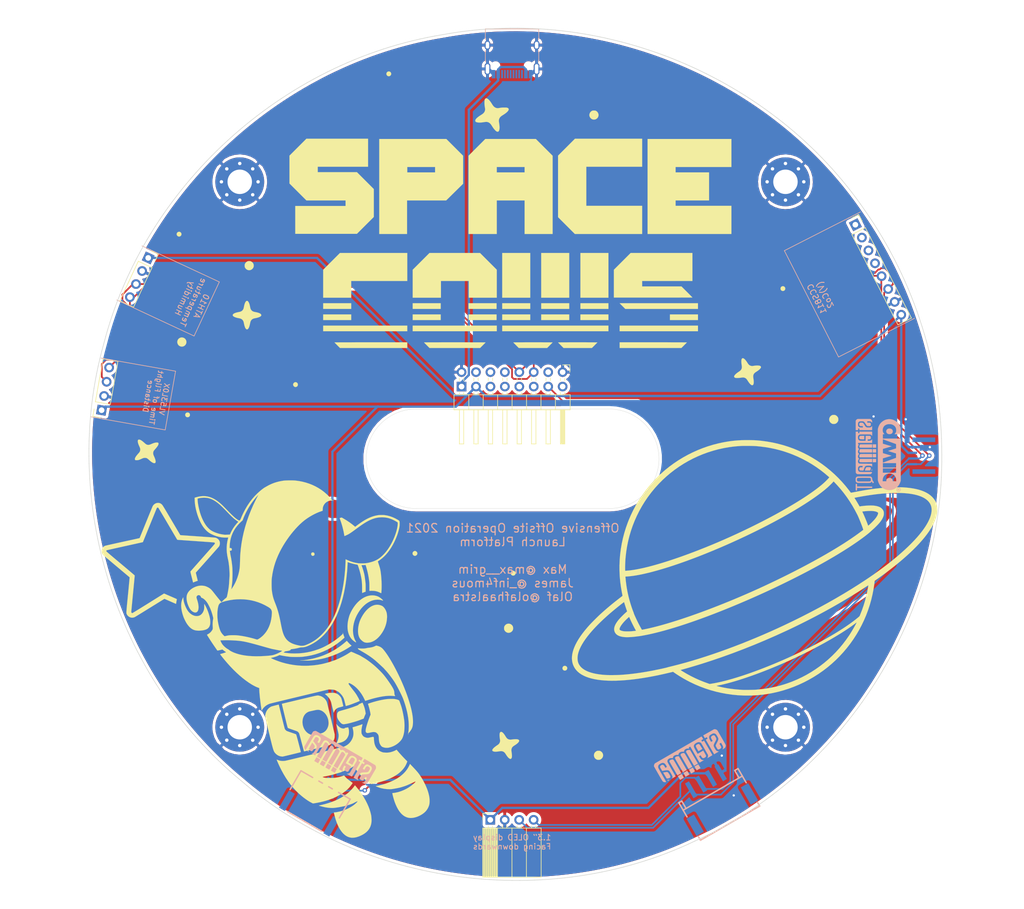
<source format=kicad_pcb>
(kicad_pcb (version 20171130) (host pcbnew "(5.1.10-1-10_14)")
  (layers (0 F.Cu signal) (31 B.Cu signal) (34 B.Paste user) (35 F.Paste user) (36 B.SilkS user) (37 F.SilkS user) (38 B.Mask user) (39 F.Mask user) (44 Edge.Cuts user))
  (net 0 "")
  (net 1 GND)
  (net 2 /I2C_SDA)
  (net 3 /I2C_SCL)
  (net 4 VBUS)
  (net 5 /STEMMA_SIG)
  (net 6 VEXT)
  (module Launchpad:CONN-SMD_2001SMT-4P-WT (layer B.Cu) (at 142.45 160 210)
    (fp_text reference J3)
    (fp_text value STEMMA hide)
    (pad 1 smd rect (at 3 2.877 300) (size 3 0.8) (layers B.Cu B.Paste B.Mask) (net 3 /I2C_SCL))
    (pad 2 smd rect (at 1.001 2.876 300) (size 3 0.8) (layers B.Cu B.Paste B.Mask) (net 2 /I2C_SDA))
    (pad 6 smd rect (at 5.508 -2.877 300) (size 3.5 1.5) (layers B.Cu B.Paste B.Mask))
    (pad 5 smd rect (at -5.508 -2.877 300) (size 3.5 1.5) (layers B.Cu B.Paste B.Mask))
    (pad 3 smd rect (at -0.993 2.873 300) (size 3 0.8) (layers B.Cu B.Paste B.Mask) (net 6 VEXT))
    (pad 4 smd rect (at -2.993 2.876 300) (size 3 0.8) (layers B.Cu B.Paste B.Mask) (net 1 GND))
  )
  (module Launchpad:CONN-SMD_3P-P2.00_2001SMT-3P_P (layer B.Cu) (at 72.75 160.5 150)
    (fp_text reference J4)
    (fp_text value STEMMA_3PIN hide)
    (pad 3 smd rect (at -2.002 2.7 240) (size 3 0.8) (layers B.Cu B.Paste B.Mask) (net 5 /STEMMA_SIG))
    (pad 5 smd rect (at -4.5 -3.1 240) (size 3.5 1.2) (layers B.Cu B.Paste B.Mask))
    (pad 4 smd rect (at 4.5 -3.1 240) (size 3.5 1.2) (layers B.Cu B.Paste B.Mask))
    (pad 2 smd rect (at -0.003 2.7 240) (size 3 0.8) (layers B.Cu B.Paste B.Mask) (net 6 VEXT))
    (pad 1 smd rect (at 1.998 2.7 240) (size 3 0.8) (layers B.Cu B.Paste B.Mask) (net 1 GND))
  )
  (module Launchpad:CONN-SMD_1.0T-4P (layer B.Cu) (at 179.35 100.2 270)
    (fp_text reference J5)
    (fp_text value "STEMMA QT / QWIIC" hide)
    (pad 1 smd rect (at -1.498 1.999 270) (size 0.4 1.6) (layers B.Cu B.Paste B.Mask) (net 1 GND))
    (pad 2 smd rect (at -0.498 1.999 270) (size 0.4 1.6) (layers B.Cu B.Paste B.Mask) (net 6 VEXT))
    (pad 3 smd rect (at 0.502 1.999 270) (size 0.4 1.6) (layers B.Cu B.Paste B.Mask) (net 2 /I2C_SDA))
    (pad 4 smd rect (at 1.502 1.999 270) (size 0.4 1.6) (layers B.Cu B.Paste B.Mask) (net 3 /I2C_SCL))
    (pad 0 smd rect (at -2.8 0.001 270) (size 0.8 4) (layers B.Cu B.Paste B.Mask))
    (pad 0 smd rect (at 2.8 0.001 270) (size 0.8 4) (layers B.Cu B.Paste B.Mask))
  )
  (module Launchpad:Launchpad (layer F.Cu) (at 107.5 100)
    (fp_text reference X1 hide)
    (fp_text value Val** hide)
    (fp_line (start 75 0) (end 75 0) (layer Edge.Cuts) (width 0.1))
    (fp_line (start 75 0) (end 75 0) (layer Edge.Cuts) (width 0.1))
    (fp_line (start 74.989 -1.4296) (end 75 0) (layer Edge.Cuts) (width 0.1))
    (fp_line (start 74.949 -2.8583) (end 74.989 -1.4296) (layer Edge.Cuts) (width 0.1))
    (fp_line (start 74.882 -4.2858) (end 74.949 -2.8583) (layer Edge.Cuts) (width 0.1))
    (fp_line (start 74.787 -5.7115) (end 74.882 -4.2858) (layer Edge.Cuts) (width 0.1))
    (fp_line (start 74.664 -7.1349) (end 74.787 -5.7115) (layer Edge.Cuts) (width 0.1))
    (fp_line (start 74.514 -8.5555) (end 74.664 -7.1349) (layer Edge.Cuts) (width 0.1))
    (fp_line (start 74.337 -9.973) (end 74.514 -8.5555) (layer Edge.Cuts) (width 0.1))
    (fp_line (start 74.133 -11.3867) (end 74.337 -9.973) (layer Edge.Cuts) (width 0.1))
    (fp_line (start 73.901 -12.7961) (end 74.133 -11.3867) (layer Edge.Cuts) (width 0.1))
    (fp_line (start 73.643 -14.2009) (end 73.901 -12.7961) (layer Edge.Cuts) (width 0.1))
    (fp_line (start 73.358 -15.6006) (end 73.643 -14.2009) (layer Edge.Cuts) (width 0.1))
    (fp_line (start 73.047 -16.9945) (end 73.358 -15.6006) (layer Edge.Cuts) (width 0.1))
    (fp_line (start 72.71 -18.3823) (end 73.047 -16.9945) (layer Edge.Cuts) (width 0.1))
    (fp_line (start 72.346 -19.7635) (end 72.71 -18.3823) (layer Edge.Cuts) (width 0.1))
    (fp_line (start 71.956 -21.1375) (end 72.346 -19.7635) (layer Edge.Cuts) (width 0.1))
    (fp_line (start 71.54 -22.5039) (end 71.956 -21.1375) (layer Edge.Cuts) (width 0.1))
    (fp_line (start 71.099 -23.8623) (end 71.54 -22.5039) (layer Edge.Cuts) (width 0.1))
    (fp_line (start 70.632 -25.212) (end 71.099 -23.8623) (layer Edge.Cuts) (width 0.1))
    (fp_line (start 70.14 -26.5527) (end 70.632 -25.212) (layer Edge.Cuts) (width 0.1))
    (fp_line (start 69.622 -27.8839) (end 70.14 -26.5527) (layer Edge.Cuts) (width 0.1))
    (fp_line (start 69.079 -29.205) (end 69.622 -27.8839) (layer Edge.Cuts) (width 0.1))
    (fp_line (start 68.511 -30.5155) (end 69.079 -29.205) (layer Edge.Cuts) (width 0.1))
    (fp_line (start 67.919 -31.8151) (end 68.511 -30.5155) (layer Edge.Cuts) (width 0.1))
    (fp_line (start 67.301 -33.1032) (end 67.919 -31.8151) (layer Edge.Cuts) (width 0.1))
    (fp_line (start 66.66 -34.3793) (end 67.301 -33.1032) (layer Edge.Cuts) (width 0.1))
    (fp_line (start 65.994 -35.6429) (end 66.66 -34.3793) (layer Edge.Cuts) (width 0.1))
    (fp_line (start 65.303 -36.8936) (end 65.994 -35.6429) (layer Edge.Cuts) (width 0.1))
    (fp_line (start 64.589 -38.1308) (end 65.303 -36.8936) (layer Edge.Cuts) (width 0.1))
    (fp_line (start 63.851 -39.3541) (end 64.589 -38.1308) (layer Edge.Cuts) (width 0.1))
    (fp_line (start 63.089 -40.5631) (end 63.851 -39.3541) (layer Edge.Cuts) (width 0.1))
    (fp_line (start 62.303 -41.7571) (end 63.089 -40.5631) (layer Edge.Cuts) (width 0.1))
    (fp_line (start 61.494 -42.9357) (end 62.303 -41.7571) (layer Edge.Cuts) (width 0.1))
    (fp_line (start 60.731 -44.0322) (end 61.494 -42.9357) (layer Edge.Cuts) (width 0.1))
    (fp_line (start 59.947 -45.1124) (end 60.731 -44.0322) (layer Edge.Cuts) (width 0.1))
    (fp_line (start 59.144 -46.1763) (end 59.947 -45.1124) (layer Edge.Cuts) (width 0.1))
    (fp_line (start 58.32 -47.2236) (end 59.144 -46.1763) (layer Edge.Cuts) (width 0.1))
    (fp_line (start 57.478 -48.2543) (end 58.32 -47.2236) (layer Edge.Cuts) (width 0.1))
    (fp_line (start 56.616 -49.2681) (end 57.478 -48.2543) (layer Edge.Cuts) (width 0.1))
    (fp_line (start 55.736 -50.2649) (end 56.616 -49.2681) (layer Edge.Cuts) (width 0.1))
    (fp_line (start 54.837 -51.2445) (end 55.736 -50.2649) (layer Edge.Cuts) (width 0.1))
    (fp_line (start 53.921 -52.2069) (end 54.837 -51.2445) (layer Edge.Cuts) (width 0.1))
    (fp_line (start 52.988 -53.1517) (end 53.921 -52.2069) (layer Edge.Cuts) (width 0.1))
    (fp_line (start 52.037 -54.079) (end 52.988 -53.1517) (layer Edge.Cuts) (width 0.1))
    (fp_line (start 51.069 -54.9884) (end 52.037 -54.079) (layer Edge.Cuts) (width 0.1))
    (fp_line (start 50.086 -55.8799) (end 51.069 -54.9884) (layer Edge.Cuts) (width 0.1))
    (fp_line (start 49.086 -56.7534) (end 50.086 -55.8799) (layer Edge.Cuts) (width 0.1))
    (fp_line (start 48.071 -57.6085) (end 49.086 -56.7534) (layer Edge.Cuts) (width 0.1))
    (fp_line (start 47.041 -58.4453) (end 48.071 -57.6085) (layer Edge.Cuts) (width 0.1))
    (fp_line (start 45.995 -59.2635) (end 47.041 -58.4453) (layer Edge.Cuts) (width 0.1))
    (fp_line (start 44.936 -60.0629) (end 45.995 -59.2635) (layer Edge.Cuts) (width 0.1))
    (fp_line (start 43.862 -60.8435) (end 44.936 -60.0629) (layer Edge.Cuts) (width 0.1))
    (fp_line (start 42.775 -61.605) (end 43.862 -60.8435) (layer Edge.Cuts) (width 0.1))
    (fp_line (start 41.674 -62.3474) (end 42.775 -61.605) (layer Edge.Cuts) (width 0.1))
    (fp_line (start 40.561 -63.0704) (end 41.674 -62.3474) (layer Edge.Cuts) (width 0.1))
    (fp_line (start 39.435 -63.7739) (end 40.561 -63.0704) (layer Edge.Cuts) (width 0.1))
    (fp_line (start 38.296 -64.4577) (end 39.435 -63.7739) (layer Edge.Cuts) (width 0.1))
    (fp_line (start 37.146 -65.12169) (end 38.296 -64.4577) (layer Edge.Cuts) (width 0.1))
    (fp_line (start 35.985 -65.76571) (end 37.146 -65.12169) (layer Edge.Cuts) (width 0.1))
    (fp_line (start 34.812 -66.38959) (end 35.985 -65.76571) (layer Edge.Cuts) (width 0.1))
    (fp_line (start 33.629 -66.99319) (end 34.812 -66.38959) (layer Edge.Cuts) (width 0.1))
    (fp_line (start 32.436 -67.57633) (end 33.629 -66.99319) (layer Edge.Cuts) (width 0.1))
    (fp_line (start 31.233 -68.13887) (end 32.436 -67.57633) (layer Edge.Cuts) (width 0.1))
    (fp_line (start 30.02 -68.68065) (end 31.233 -68.13887) (layer Edge.Cuts) (width 0.1))
    (fp_line (start 28.798 -69.20151) (end 30.02 -68.68065) (layer Edge.Cuts) (width 0.1))
    (fp_line (start 27.567 -69.70129) (end 28.798 -69.20151) (layer Edge.Cuts) (width 0.1))
    (fp_line (start 26.328 -70.17984) (end 27.567 -69.70129) (layer Edge.Cuts) (width 0.1))
    (fp_line (start 25.081 -70.637) (end 26.328 -70.17984) (layer Edge.Cuts) (width 0.1))
    (fp_line (start 23.8261 -71.07262) (end 25.081 -70.637) (layer Edge.Cuts) (width 0.1))
    (fp_line (start 22.5641 -71.48653) (end 23.8261 -71.07262) (layer Edge.Cuts) (width 0.1))
    (fp_line (start 21.2951 -71.87859) (end 22.5641 -71.48653) (layer Edge.Cuts) (width 0.1))
    (fp_line (start 20.0197 -72.24863) (end 21.2951 -71.87859) (layer Edge.Cuts) (width 0.1))
    (fp_line (start 18.7381 -72.59649) (end 20.0197 -72.24863) (layer Edge.Cuts) (width 0.1))
    (fp_line (start 17.4508 -72.92203) (end 18.7381 -72.59649) (layer Edge.Cuts) (width 0.1))
    (fp_line (start 16.1581 -73.22507) (end 17.4508 -72.92203) (layer Edge.Cuts) (width 0.1))
    (fp_line (start 14.8604 -73.50548) (end 16.1581 -73.22507) (layer Edge.Cuts) (width 0.1))
    (fp_line (start 13.5581 -73.76309) (end 14.8604 -73.50548) (layer Edge.Cuts) (width 0.1))
    (fp_line (start 12.2515 -73.99774) (end 13.5581 -73.76309) (layer Edge.Cuts) (width 0.1))
    (fp_line (start 10.941 -74.209274) (end 12.2515 -73.99774) (layer Edge.Cuts) (width 0.1))
    (fp_line (start 9.6271 -74.39754) (end 10.941 -74.209274) (layer Edge.Cuts) (width 0.1))
    (fp_line (start 8.31 -74.56238) (end 9.6271 -74.39754) (layer Edge.Cuts) (width 0.1))
    (fp_line (start 6.9902 -74.703636) (end 8.31 -74.56238) (layer Edge.Cuts) (width 0.1))
    (fp_line (start 5.668 -74.821152) (end 6.9902 -74.703636) (layer Edge.Cuts) (width 0.1))
    (fp_line (start 4.3439 -74.914771) (end 5.668 -74.821152) (layer Edge.Cuts) (width 0.1))
    (fp_line (start 3.0181 -74.984337) (end 4.3439 -74.914771) (layer Edge.Cuts) (width 0.1))
    (fp_line (start 1.6911 -75.029691) (end 3.0181 -74.984337) (layer Edge.Cuts) (width 0.1))
    (fp_line (start 0.3633 -75.050679) (end 1.6911 -75.029691) (layer Edge.Cuts) (width 0.1))
    (fp_line (start -0.965 -75.047143) (end 0.3633 -75.050679) (layer Edge.Cuts) (width 0.1))
    (fp_line (start -2.2935 -75.018926) (end -0.965 -75.047143) (layer Edge.Cuts) (width 0.1))
    (fp_line (start -3.6216 -74.965871) (end -2.2935 -75.018926) (layer Edge.Cuts) (width 0.1))
    (fp_line (start -4.9491 -74.887822) (end -3.6216 -74.965871) (layer Edge.Cuts) (width 0.1))
    (fp_line (start -6.2756 -74.784623) (end -4.9491 -74.887822) (layer Edge.Cuts) (width 0.1))
    (fp_line (start -7.6007 -74.656115) (end -6.2756 -74.784623) (layer Edge.Cuts) (width 0.1))
    (fp_line (start -8.924 -74.502144) (end -7.6007 -74.656115) (layer Edge.Cuts) (width 0.1))
    (fp_line (start -10.2451 -74.322551) (end -8.924 -74.502144) (layer Edge.Cuts) (width 0.1))
    (fp_line (start -11.5637 -74.11718) (end -10.2451 -74.322551) (layer Edge.Cuts) (width 0.1))
    (fp_line (start -12.8793 -73.88587) (end -11.5637 -74.11718) (layer Edge.Cuts) (width 0.1))
    (fp_line (start -14.1983 -73.65801) (end -12.8793 -73.88587) (layer Edge.Cuts) (width 0.1))
    (fp_line (start -15.5112 -73.40464) (end -14.1983 -73.65801) (layer Edge.Cuts) (width 0.1))
    (fp_line (start -16.8178 -73.12606) (end -15.5112 -73.40464) (layer Edge.Cuts) (width 0.1))
    (fp_line (start -18.1176 -72.82253) (end -16.8178 -73.12606) (layer Edge.Cuts) (width 0.1))
    (fp_line (start -19.4105 -72.49433) (end -18.1176 -72.82253) (layer Edge.Cuts) (width 0.1))
    (fp_line (start -20.6961 -72.14174) (end -19.4105 -72.49433) (layer Edge.Cuts) (width 0.1))
    (fp_line (start -21.9742 -71.76503) (end -20.6961 -72.14174) (layer Edge.Cuts) (width 0.1))
    (fp_line (start -23.2443 -71.36449) (end -21.9742 -71.76503) (layer Edge.Cuts) (width 0.1))
    (fp_line (start -24.5063 -70.94039) (end -23.2443 -71.36449) (layer Edge.Cuts) (width 0.1))
    (fp_line (start -25.7597 -70.49301) (end -24.5063 -70.94039) (layer Edge.Cuts) (width 0.1))
    (fp_line (start -27.0044 -70.02262) (end -25.7597 -70.49301) (layer Edge.Cuts) (width 0.1))
    (fp_line (start -28.24 -69.52951) (end -27.0044 -70.02262) (layer Edge.Cuts) (width 0.1))
    (fp_line (start -29.4661 -69.01394) (end -28.24 -69.52951) (layer Edge.Cuts) (width 0.1))
    (fp_line (start -30.6826 -68.47619) (end -29.4661 -69.01394) (layer Edge.Cuts) (width 0.1))
    (fp_line (start -31.889 -67.91655) (end -30.6826 -68.47619) (layer Edge.Cuts) (width 0.1))
    (fp_line (start -33.0852 -67.33529) (end -31.889 -67.91655) (layer Edge.Cuts) (width 0.1))
    (fp_line (start -34.2707 -66.73268) (end -33.0852 -67.33529) (layer Edge.Cuts) (width 0.1))
    (fp_line (start -35.4454 -66.10901) (end -34.2707 -66.73268) (layer Edge.Cuts) (width 0.1))
    (fp_line (start -36.6088 -65.46455) (end -35.4454 -66.10901) (layer Edge.Cuts) (width 0.1))
    (fp_line (start -37.7606 -64.7996) (end -36.6088 -65.46455) (layer Edge.Cuts) (width 0.1))
    (fp_line (start -38.9007 -64.1144) (end -37.7606 -64.7996) (layer Edge.Cuts) (width 0.1))
    (fp_line (start -40.0286 -63.4092) (end -38.9007 -64.1144) (layer Edge.Cuts) (width 0.1))
    (fp_line (start -41.1441 -62.6843) (end -40.0286 -63.4092) (layer Edge.Cuts) (width 0.1))
    (fp_line (start -42.2469 -61.9401) (end -41.1441 -62.6843) (layer Edge.Cuts) (width 0.1))
    (fp_line (start -43.3366 -61.1767) (end -42.2469 -61.9401) (layer Edge.Cuts) (width 0.1))
    (fp_line (start -44.413 -60.3945) (end -43.3366 -61.1767) (layer Edge.Cuts) (width 0.1))
    (fp_line (start -45.4757 -59.5937) (end -44.413 -60.3945) (layer Edge.Cuts) (width 0.1))
    (fp_line (start -46.5245 -58.7746) (end -45.4757 -59.5937) (layer Edge.Cuts) (width 0.1))
    (fp_line (start -47.5591 -57.9374) (end -46.5245 -58.7746) (layer Edge.Cuts) (width 0.1))
    (fp_line (start -48.5791 -57.0826) (end -47.5591 -57.9374) (layer Edge.Cuts) (width 0.1))
    (fp_line (start -49.5842 -56.2102) (end -48.5791 -57.0826) (layer Edge.Cuts) (width 0.1))
    (fp_line (start -50.5742 -55.3207) (end -49.5842 -56.2102) (layer Edge.Cuts) (width 0.1))
    (fp_line (start -51.5487 -54.4143) (end -50.5742 -55.3207) (layer Edge.Cuts) (width 0.1))
    (fp_line (start -52.5075 -53.4912) (end -51.5487 -54.4143) (layer Edge.Cuts) (width 0.1))
    (fp_line (start -53.4502 -52.5518) (end -52.5075 -53.4912) (layer Edge.Cuts) (width 0.1))
    (fp_line (start -54.3765 -51.5963) (end -53.4502 -52.5518) (layer Edge.Cuts) (width 0.1))
    (fp_line (start -55.2862 -50.625) (end -54.3765 -51.5963) (layer Edge.Cuts) (width 0.1))
    (fp_line (start -56.1788 -49.6381) (end -55.2862 -50.625) (layer Edge.Cuts) (width 0.1))
    (fp_line (start -57.0542 -48.636) (end -56.1788 -49.6381) (layer Edge.Cuts) (width 0.1))
    (fp_line (start -57.912 -47.619) (end -57.0542 -48.636) (layer Edge.Cuts) (width 0.1))
    (fp_line (start -58.752 -46.5872) (end -57.912 -47.619) (layer Edge.Cuts) (width 0.1))
    (fp_line (start -59.5737 -45.541) (end -58.752 -46.5872) (layer Edge.Cuts) (width 0.1))
    (fp_line (start -60.377 -44.4807) (end -59.5737 -45.541) (layer Edge.Cuts) (width 0.1))
    (fp_line (start -61.1614 -43.4065) (end -60.377 -44.4807) (layer Edge.Cuts) (width 0.1))
    (fp_line (start -61.9268 -42.3188) (end -61.1614 -43.4065) (layer Edge.Cuts) (width 0.1))
    (fp_line (start -62.6728 -41.2177) (end -61.9268 -42.3188) (layer Edge.Cuts) (width 0.1))
    (fp_line (start -63.399 -40.1036) (end -62.6728 -41.2177) (layer Edge.Cuts) (width 0.1))
    (fp_line (start -64.1053 -38.9767) (end -63.399 -40.1036) (layer Edge.Cuts) (width 0.1))
    (fp_line (start -64.7912 -37.8374) (end -64.1053 -38.9767) (layer Edge.Cuts) (width 0.1))
    (fp_line (start -65.45656 -36.6858) (end -64.7912 -37.8374) (layer Edge.Cuts) (width 0.1))
    (fp_line (start -66.10098 -35.5223) (end -65.45656 -36.6858) (layer Edge.Cuts) (width 0.1))
    (fp_line (start -66.72418 -34.3472) (end -66.10098 -35.5223) (layer Edge.Cuts) (width 0.1))
    (fp_line (start -67.32586 -33.1607) (end -66.72418 -34.3472) (layer Edge.Cuts) (width 0.1))
    (fp_line (start -67.90572 -31.9631) (end -67.32586 -33.1607) (layer Edge.Cuts) (width 0.1))
    (fp_line (start -68.46345 -30.7547) (end -67.90572 -31.9631) (layer Edge.Cuts) (width 0.1))
    (fp_line (start -68.99875 -29.5358) (end -68.46345 -30.7547) (layer Edge.Cuts) (width 0.1))
    (fp_line (start -69.51131 -28.3066) (end -68.99875 -29.5358) (layer Edge.Cuts) (width 0.1))
    (fp_line (start -70.00085 -27.0674) (end -69.51131 -28.3066) (layer Edge.Cuts) (width 0.1))
    (fp_line (start -70.46704 -25.8185) (end -70.00085 -27.0674) (layer Edge.Cuts) (width 0.1))
    (fp_line (start -70.90959 -24.5601) (end -70.46704 -25.8185) (layer Edge.Cuts) (width 0.1))
    (fp_line (start -71.3282 -23.2926) (end -70.90959 -24.5601) (layer Edge.Cuts) (width 0.1))
    (fp_line (start -71.72256 -22.0162) (end -71.3282 -23.2926) (layer Edge.Cuts) (width 0.1))
    (fp_line (start -72.09237 -20.7313) (end -71.72256 -22.0162) (layer Edge.Cuts) (width 0.1))
    (fp_line (start -72.43732 -19.438) (end -72.09237 -20.7313) (layer Edge.Cuts) (width 0.1))
    (fp_line (start -72.78542 -18.1482) (end -72.43732 -19.438) (layer Edge.Cuts) (width 0.1))
    (fp_line (start -73.10795 -16.8533) (end -72.78542 -18.1482) (layer Edge.Cuts) (width 0.1))
    (fp_line (start -73.40503 -15.5536) (end -73.10795 -16.8533) (layer Edge.Cuts) (width 0.1))
    (fp_line (start -73.67678 -14.2493) (end -73.40503 -15.5536) (layer Edge.Cuts) (width 0.1))
    (fp_line (start -73.92333 -12.9411) (end -73.67678 -14.2493) (layer Edge.Cuts) (width 0.1))
    (fp_line (start -74.1448 -11.6292) (end -73.92333 -12.9411) (layer Edge.Cuts) (width 0.1))
    (fp_line (start -74.341309 -10.314) (end -74.1448 -11.6292) (layer Edge.Cuts) (width 0.1))
    (fp_line (start -74.512981 -8.9959) (end -74.341309 -10.314) (layer Edge.Cuts) (width 0.1))
    (fp_line (start -74.659938 -7.6753) (end -74.512981 -8.9959) (layer Edge.Cuts) (width 0.1))
    (fp_line (start -74.782304 -6.3526) (end -74.659938 -7.6753) (layer Edge.Cuts) (width 0.1))
    (fp_line (start -74.880201 -5.0282) (end -74.782304 -6.3526) (layer Edge.Cuts) (width 0.1))
    (fp_line (start -74.953751 -3.7025) (end -74.880201 -5.0282) (layer Edge.Cuts) (width 0.1))
    (fp_line (start -75.003076 -2.3758) (end -74.953751 -3.7025) (layer Edge.Cuts) (width 0.1))
    (fp_line (start -75.0283 -1.0486) (end -75.003076 -2.3758) (layer Edge.Cuts) (width 0.1))
    (fp_line (start -75.029544 0.2788) (end -75.0283 -1.0486) (layer Edge.Cuts) (width 0.1))
    (fp_line (start -75.00693 1.6059) (end -75.029544 0.2788) (layer Edge.Cuts) (width 0.1))
    (fp_line (start -74.960582 2.9325) (end -75.00693 1.6059) (layer Edge.Cuts) (width 0.1))
    (fp_line (start -74.890622 4.258) (end -74.960582 2.9325) (layer Edge.Cuts) (width 0.1))
    (fp_line (start -74.797172 5.5821) (end -74.890622 4.258) (layer Edge.Cuts) (width 0.1))
    (fp_line (start -74.680354 6.9044) (end -74.797172 5.5821) (layer Edge.Cuts) (width 0.1))
    (fp_line (start -74.540292 8.2246) (end -74.680354 6.9044) (layer Edge.Cuts) (width 0.1))
    (fp_line (start -74.377107 9.5422) (end -74.540292 8.2246) (layer Edge.Cuts) (width 0.1))
    (fp_line (start -74.190921 10.8568) (end -74.377107 9.5422) (layer Edge.Cuts) (width 0.1))
    (fp_line (start -73.98186 12.1681) (end -74.190921 10.8568) (layer Edge.Cuts) (width 0.1))
    (fp_line (start -73.75004 13.4756) (end -73.98186 12.1681) (layer Edge.Cuts) (width 0.1))
    (fp_line (start -73.49559 14.7791) (end -73.75004 13.4756) (layer Edge.Cuts) (width 0.1))
    (fp_line (start -73.21863 16.078) (end -73.49559 14.7791) (layer Edge.Cuts) (width 0.1))
    (fp_line (start -72.91928 17.372) (end -73.21863 16.078) (layer Edge.Cuts) (width 0.1))
    (fp_line (start -72.59766 18.6607) (end -72.91928 17.372) (layer Edge.Cuts) (width 0.1))
    (fp_line (start -72.25391 19.9438) (end -72.59766 18.6607) (layer Edge.Cuts) (width 0.1))
    (fp_line (start -71.88813 21.2207) (end -72.25391 19.9438) (layer Edge.Cuts) (width 0.1))
    (fp_line (start -71.50045 22.4912) (end -71.88813 21.2207) (layer Edge.Cuts) (width 0.1))
    (fp_line (start -71.091 23.7549) (end -71.50045 22.4912) (layer Edge.Cuts) (width 0.1))
    (fp_line (start -70.65989 25.011) (end -71.091 23.7549) (layer Edge.Cuts) (width 0.1))
    (fp_line (start -70.20725 26.26) (end -70.65989 25.011) (layer Edge.Cuts) (width 0.1))
    (fp_line (start -69.73321 27.501) (end -70.20725 26.26) (layer Edge.Cuts) (width 0.1))
    (fp_line (start -69.23788 28.733) (end -69.73321 27.501) (layer Edge.Cuts) (width 0.1))
    (fp_line (start -68.72138 29.957) (end -69.23788 28.733) (layer Edge.Cuts) (width 0.1))
    (fp_line (start -68.18384 31.171) (end -68.72138 29.957) (layer Edge.Cuts) (width 0.1))
    (fp_line (start -67.62539 32.376) (end -68.18384 31.171) (layer Edge.Cuts) (width 0.1))
    (fp_line (start -67.04614 33.571) (end -67.62539 32.376) (layer Edge.Cuts) (width 0.1))
    (fp_line (start -66.44621 34.755) (end -67.04614 33.571) (layer Edge.Cuts) (width 0.1))
    (fp_line (start -65.82574 35.929) (end -66.44621 34.755) (layer Edge.Cuts) (width 0.1))
    (fp_line (start -65.18483 37.092) (end -65.82574 35.929) (layer Edge.Cuts) (width 0.1))
    (fp_line (start -64.5236 38.243) (end -65.18483 37.092) (layer Edge.Cuts) (width 0.1))
    (fp_line (start -63.8422 39.382) (end -64.5236 38.243) (layer Edge.Cuts) (width 0.1))
    (fp_line (start -63.1408 40.509) (end -63.8422 39.382) (layer Edge.Cuts) (width 0.1))
    (fp_line (start -62.4194 41.623) (end -63.1408 40.509) (layer Edge.Cuts) (width 0.1))
    (fp_line (start -61.6781 42.724) (end -62.4194 41.623) (layer Edge.Cuts) (width 0.1))
    (fp_line (start -60.9172 43.812) (end -61.6781 42.724) (layer Edge.Cuts) (width 0.1))
    (fp_line (start -60.1368 44.886) (end -60.9172 43.812) (layer Edge.Cuts) (width 0.1))
    (fp_line (start -59.3368 45.945) (end -60.1368 44.886) (layer Edge.Cuts) (width 0.1))
    (fp_line (start -58.5176 46.99) (end -59.3368 45.945) (layer Edge.Cuts) (width 0.1))
    (fp_line (start -57.6791 48.02) (end -58.5176 46.99) (layer Edge.Cuts) (width 0.1))
    (fp_line (start -56.8216 49.034) (end -57.6791 48.02) (layer Edge.Cuts) (width 0.1))
    (fp_line (start -55.9451 50.033) (end -56.8216 49.034) (layer Edge.Cuts) (width 0.1))
    (fp_line (start -55.0497 51.015) (end -55.9451 50.033) (layer Edge.Cuts) (width 0.1))
    (fp_line (start -54.1357 51.981) (end -55.0497 51.015) (layer Edge.Cuts) (width 0.1))
    (fp_line (start -53.203 52.93) (end -54.1357 51.981) (layer Edge.Cuts) (width 0.1))
    (fp_line (start -52.2519 53.862) (end -53.203 52.93) (layer Edge.Cuts) (width 0.1))
    (fp_line (start -51.2824 54.775) (end -52.2519 53.862) (layer Edge.Cuts) (width 0.1))
    (fp_line (start -50.2947 55.671) (end -51.2824 54.775) (layer Edge.Cuts) (width 0.1))
    (fp_line (start -49.2889 56.548) (end -50.2947 55.671) (layer Edge.Cuts) (width 0.1))
    (fp_line (start -48.2651 57.406) (end -49.2889 56.548) (layer Edge.Cuts) (width 0.1))
    (fp_line (start -47.2439 58.267) (end -48.2651 57.406) (layer Edge.Cuts) (width 0.1))
    (fp_line (start -46.2071 59.108) (end -47.2439 58.267) (layer Edge.Cuts) (width 0.1))
    (fp_line (start -45.1552 59.927) (end -46.2071 59.108) (layer Edge.Cuts) (width 0.1))
    (fp_line (start -44.0885 60.725) (end -45.1552 59.927) (layer Edge.Cuts) (width 0.1))
    (fp_line (start -43.0075 61.502) (end -44.0885 60.725) (layer Edge.Cuts) (width 0.1))
    (fp_line (start -41.9126 62.258) (end -43.0075 61.502) (layer Edge.Cuts) (width 0.1))
    (fp_line (start -40.8041 62.992) (end -41.9126 62.258) (layer Edge.Cuts) (width 0.1))
    (fp_line (start -39.6825 63.706) (end -40.8041 62.992) (layer Edge.Cuts) (width 0.1))
    (fp_line (start -38.5482 64.398) (end -39.6825 63.706) (layer Edge.Cuts) (width 0.1))
    (fp_line (start -37.4015 65.068) (end -38.5482 64.398) (layer Edge.Cuts) (width 0.1))
    (fp_line (start -36.243 65.718) (end -37.4015 65.068) (layer Edge.Cuts) (width 0.1))
    (fp_line (start -35.0729 66.345) (end -36.243 65.718) (layer Edge.Cuts) (width 0.1))
    (fp_line (start -33.8918 66.951) (end -35.0729 66.345) (layer Edge.Cuts) (width 0.1))
    (fp_line (start -32.6999 67.536) (end -33.8918 66.951) (layer Edge.Cuts) (width 0.1))
    (fp_line (start -31.4978 68.099) (end -32.6999 67.536) (layer Edge.Cuts) (width 0.1))
    (fp_line (start -30.2857 68.64) (end -31.4978 68.099) (layer Edge.Cuts) (width 0.1))
    (fp_line (start -29.0642 69.159) (end -30.2857 68.64) (layer Edge.Cuts) (width 0.1))
    (fp_line (start -27.8336 69.657) (end -29.0642 69.159) (layer Edge.Cuts) (width 0.1))
    (fp_line (start -26.5944 70.132) (end -27.8336 69.657) (layer Edge.Cuts) (width 0.1))
    (fp_line (start -25.3468 70.586) (end -26.5944 70.132) (layer Edge.Cuts) (width 0.1))
    (fp_line (start -24.0915 71.018) (end -25.3468 70.586) (layer Edge.Cuts) (width 0.1))
    (fp_line (start -22.8286 71.428) (end -24.0915 71.018) (layer Edge.Cuts) (width 0.1))
    (fp_line (start -21.5587 71.815) (end -22.8286 71.428) (layer Edge.Cuts) (width 0.1))
    (fp_line (start -20.2821 72.181) (end -21.5587 71.815) (layer Edge.Cuts) (width 0.1))
    (fp_line (start -18.9993 72.524) (end -20.2821 72.181) (layer Edge.Cuts) (width 0.1))
    (fp_line (start -17.7107 72.845) (end -18.9993 72.524) (layer Edge.Cuts) (width 0.1))
    (fp_line (start -16.4166 73.144) (end -17.7107 72.845) (layer Edge.Cuts) (width 0.1))
    (fp_line (start -15.1175 73.42) (end -16.4166 73.144) (layer Edge.Cuts) (width 0.1))
    (fp_line (start -13.8137 73.674) (end -15.1175 73.42) (layer Edge.Cuts) (width 0.1))
    (fp_line (start -12.5057 73.905) (end -13.8137 73.674) (layer Edge.Cuts) (width 0.1))
    (fp_line (start -11.194 74.114) (end -12.5057 73.905) (layer Edge.Cuts) (width 0.1))
    (fp_line (start -9.8788 74.301) (end -11.194 74.114) (layer Edge.Cuts) (width 0.1))
    (fp_line (start -8.5606 74.465) (end -9.8788 74.301) (layer Edge.Cuts) (width 0.1))
    (fp_line (start -7.2397 74.606) (end -8.5606 74.465) (layer Edge.Cuts) (width 0.1))
    (fp_line (start -5.9167 74.724) (end -7.2397 74.606) (layer Edge.Cuts) (width 0.1))
    (fp_line (start -4.5919 74.819) (end -5.9167 74.724) (layer Edge.Cuts) (width 0.1))
    (fp_line (start -3.2657 74.892) (end -4.5919 74.819) (layer Edge.Cuts) (width 0.1))
    (fp_line (start -1.9386 74.942) (end -3.2657 74.892) (layer Edge.Cuts) (width 0.1))
    (fp_line (start -0.6108 74.969) (end -1.9386 74.942) (layer Edge.Cuts) (width 0.1))
    (fp_line (start 0.7171 74.973) (end -0.6108 74.969) (layer Edge.Cuts) (width 0.1))
    (fp_line (start 2.0449 74.953) (end 0.7171 74.973) (layer Edge.Cuts) (width 0.1))
    (fp_line (start 3.3719 74.911) (end 2.0449 74.953) (layer Edge.Cuts) (width 0.1))
    (fp_line (start 4.698 74.846) (end 3.3719 74.911) (layer Edge.Cuts) (width 0.1))
    (fp_line (start 6.0226 74.757) (end 4.698 74.846) (layer Edge.Cuts) (width 0.1))
    (fp_line (start 7.3453 74.645) (end 6.0226 74.757) (layer Edge.Cuts) (width 0.1))
    (fp_line (start 8.6658 74.51) (end 7.3453 74.645) (layer Edge.Cuts) (width 0.1))
    (fp_line (start 9.9837 74.351) (end 8.6658 74.51) (layer Edge.Cuts) (width 0.1))
    (fp_line (start 11.2984 74.169) (end 9.9837 74.351) (layer Edge.Cuts) (width 0.1))
    (fp_line (start 12.6097 73.963) (end 11.2984 74.169) (layer Edge.Cuts) (width 0.1))
    (fp_line (start 13.9172 73.734) (end 12.6097 73.963) (layer Edge.Cuts) (width 0.1))
    (fp_line (start 15.2204 73.481) (end 13.9172 73.734) (layer Edge.Cuts) (width 0.1))
    (fp_line (start 16.5189 73.205) (end 15.2204 73.481) (layer Edge.Cuts) (width 0.1))
    (fp_line (start 17.8123 72.905) (end 16.5189 73.205) (layer Edge.Cuts) (width 0.1))
    (fp_line (start 19.1002 72.581) (end 17.8123 72.905) (layer Edge.Cuts) (width 0.1))
    (fp_line (start 20.3822 72.233) (end 19.1002 72.581) (layer Edge.Cuts) (width 0.1))
    (fp_line (start 21.6579 71.861) (end 20.3822 72.233) (layer Edge.Cuts) (width 0.1))
    (fp_line (start 22.927 71.466) (end 21.6579 71.861) (layer Edge.Cuts) (width 0.1))
    (fp_line (start 24.1889 71.047) (end 22.927 71.466) (layer Edge.Cuts) (width 0.1))
    (fp_line (start 25.443 70.603) (end 24.1889 71.047) (layer Edge.Cuts) (width 0.1))
    (fp_line (start 26.69 70.135) (end 25.443 70.603) (layer Edge.Cuts) (width 0.1))
    (fp_line (start 27.928 69.644) (end 26.69 70.135) (layer Edge.Cuts) (width 0.1))
    (fp_line (start 29.157 69.128) (end 27.928 69.644) (layer Edge.Cuts) (width 0.1))
    (fp_line (start 30.378 68.588) (end 29.157 69.128) (layer Edge.Cuts) (width 0.1))
    (fp_line (start 31.588 68.023) (end 30.378 68.588) (layer Edge.Cuts) (width 0.1))
    (fp_line (start 32.803 67.461) (end 31.588 68.023) (layer Edge.Cuts) (width 0.1))
    (fp_line (start 34.006 66.876) (end 32.803 67.461) (layer Edge.Cuts) (width 0.1))
    (fp_line (start 35.195 66.269) (end 34.006 66.876) (layer Edge.Cuts) (width 0.1))
    (fp_line (start 36.372 65.639) (end 35.195 66.269) (layer Edge.Cuts) (width 0.1))
    (fp_line (start 37.536 64.987) (end 36.372 65.639) (layer Edge.Cuts) (width 0.1))
    (fp_line (start 38.686 64.313) (end 37.536 64.987) (layer Edge.Cuts) (width 0.1))
    (fp_line (start 39.823 63.618) (end 38.686 64.313) (layer Edge.Cuts) (width 0.1))
    (fp_line (start 40.946 62.902) (end 39.823 63.618) (layer Edge.Cuts) (width 0.1))
    (fp_line (start 42.055 62.165) (end 40.946 62.902) (layer Edge.Cuts) (width 0.1))
    (fp_line (start 43.149 61.408) (end 42.055 62.165) (layer Edge.Cuts) (width 0.1))
    (fp_line (start 44.23 60.631) (end 43.149 61.408) (layer Edge.Cuts) (width 0.1))
    (fp_line (start 45.295 59.835) (end 44.23 60.631) (layer Edge.Cuts) (width 0.1))
    (fp_line (start 46.346 59.019) (end 45.295 59.835) (layer Edge.Cuts) (width 0.1))
    (fp_line (start 47.381 58.184) (end 46.346 59.019) (layer Edge.Cuts) (width 0.1))
    (fp_line (start 48.402 57.331) (end 47.381 58.184) (layer Edge.Cuts) (width 0.1))
    (fp_line (start 49.406 56.46) (end 48.402 57.331) (layer Edge.Cuts) (width 0.1))
    (fp_line (start 50.395 55.57) (end 49.406 56.46) (layer Edge.Cuts) (width 0.1))
    (fp_line (start 51.368 54.664) (end 50.395 55.57) (layer Edge.Cuts) (width 0.1))
    (fp_line (start 52.324 53.74) (end 51.368 54.664) (layer Edge.Cuts) (width 0.1))
    (fp_line (start 53.265 52.799) (end 52.324 53.74) (layer Edge.Cuts) (width 0.1))
    (fp_line (start 54.188 51.842) (end 53.265 52.799) (layer Edge.Cuts) (width 0.1))
    (fp_line (start 55.095 50.868) (end 54.188 51.842) (layer Edge.Cuts) (width 0.1))
    (fp_line (start 55.984 49.879) (end 55.095 50.868) (layer Edge.Cuts) (width 0.1))
    (fp_line (start 56.857 48.874) (end 55.984 49.879) (layer Edge.Cuts) (width 0.1))
    (fp_line (start 57.711 47.855) (end 56.857 48.874) (layer Edge.Cuts) (width 0.1))
    (fp_line (start 58.548 46.82) (end 57.711 47.855) (layer Edge.Cuts) (width 0.1))
    (fp_line (start 59.367 45.771) (end 58.548 46.82) (layer Edge.Cuts) (width 0.1))
    (fp_line (start 60.168 44.708) (end 59.367 45.771) (layer Edge.Cuts) (width 0.1))
    (fp_line (start 60.95 43.632) (end 60.168 44.708) (layer Edge.Cuts) (width 0.1))
    (fp_line (start 61.713 42.542) (end 60.95 43.632) (layer Edge.Cuts) (width 0.1))
    (fp_line (start 62.458 41.439) (end 61.713 42.542) (layer Edge.Cuts) (width 0.1))
    (fp_line (start 63.184 40.323) (end 62.458 41.439) (layer Edge.Cuts) (width 0.1))
    (fp_line (start 63.89 39.195) (end 63.184 40.323) (layer Edge.Cuts) (width 0.1))
    (fp_line (start 64.577 38.055) (end 63.89 39.195) (layer Edge.Cuts) (width 0.1))
    (fp_line (start 65.244 36.903) (end 64.577 38.055) (layer Edge.Cuts) (width 0.1))
    (fp_line (start 65.891 35.74) (end 65.244 36.903) (layer Edge.Cuts) (width 0.1))
    (fp_line (start 66.518 34.566) (end 65.891 35.74) (layer Edge.Cuts) (width 0.1))
    (fp_line (start 67.124 33.382) (end 66.518 34.566) (layer Edge.Cuts) (width 0.1))
    (fp_line (start 67.71 32.187) (end 67.124 33.382) (layer Edge.Cuts) (width 0.1))
    (fp_line (start 68.275 30.983) (end 67.71 32.187) (layer Edge.Cuts) (width 0.1))
    (fp_line (start 68.819 29.768) (end 68.275 30.983) (layer Edge.Cuts) (width 0.1))
    (fp_line (start 69.341 28.545) (end 68.819 29.768) (layer Edge.Cuts) (width 0.1))
    (fp_line (start 69.842 27.313) (end 69.341 28.545) (layer Edge.Cuts) (width 0.1))
    (fp_line (start 70.321 26.072) (end 69.842 27.313) (layer Edge.Cuts) (width 0.1))
    (fp_line (start 70.779 24.8231) (end 70.321 26.072) (layer Edge.Cuts) (width 0.1))
    (fp_line (start 71.214 23.5663) (end 70.779 24.8231) (layer Edge.Cuts) (width 0.1))
    (fp_line (start 71.626 22.302) (end 71.214 23.5663) (layer Edge.Cuts) (width 0.1))
    (fp_line (start 72.017 21.0306) (end 71.626 22.302) (layer Edge.Cuts) (width 0.1))
    (fp_line (start 72.384 19.7524) (end 72.017 21.0306) (layer Edge.Cuts) (width 0.1))
    (fp_line (start 72.728 18.4678) (end 72.384 19.7524) (layer Edge.Cuts) (width 0.1))
    (fp_line (start 73.049 17.177) (end 72.728 18.4678) (layer Edge.Cuts) (width 0.1))
    (fp_line (start 73.346 15.8805) (end 73.049 17.177) (layer Edge.Cuts) (width 0.1))
    (fp_line (start 73.62 14.5786) (end 73.346 15.8805) (layer Edge.Cuts) (width 0.1))
    (fp_line (start 73.869 13.2717) (end 73.62 14.5786) (layer Edge.Cuts) (width 0.1))
    (fp_line (start 74.095 11.96) (end 73.869 13.2717) (layer Edge.Cuts) (width 0.1))
    (fp_line (start 74.296 10.644) (end 74.095 11.96) (layer Edge.Cuts) (width 0.1))
    (fp_line (start 74.472 9.3239) (end 74.296 10.644) (layer Edge.Cuts) (width 0.1))
    (fp_line (start 74.624 8.0002) (end 74.472 9.3239) (layer Edge.Cuts) (width 0.1))
    (fp_line (start 74.751 6.6731) (end 74.624 8.0002) (layer Edge.Cuts) (width 0.1))
    (fp_line (start 74.852 5.3431) (end 74.751 6.6731) (layer Edge.Cuts) (width 0.1))
    (fp_line (start 74.928 4.0104) (end 74.852 5.3431) (layer Edge.Cuts) (width 0.1))
    (fp_line (start 74.978 2.6754) (end 74.928 4.0104) (layer Edge.Cuts) (width 0.1))
    (fp_line (start 75.002 1.3385) (end 74.978 2.6754) (layer Edge.Cuts) (width 0.1))
    (fp_line (start 75 0) (end 75.002 1.3385) (layer Edge.Cuts) (width 0.1))
    (fp_poly (pts (xy -35.999598 16.652371) (xy -35.794136 16.694469) (xy -35.609759 16.760465) (xy -35.577905 16.775727) (xy -35.372937 16.899612) (xy -35.186867 17.053556) (xy -35.025016 17.231382) (xy -34.892707 17.426915) (xy -34.795261 17.633981) (xy -34.768232 17.715246) (xy -34.726425 17.906001) (xy -34.705105 18.114542) (xy -34.705988 18.320709) (xy -34.71128 18.38325) (xy -34.750312 18.616052) (xy -34.816763 18.822148) (xy -34.914693 19.010134) (xy -35.048159 19.188607) (xy -35.136667 19.284289) (xy -35.333377 19.45579) (xy -35.54806 19.588967) (xy -35.765782 19.679064) (xy -35.914263 19.715253) (xy -36.084839 19.737408) (xy -36.262954 19.74503) (xy -36.434051 19.737622) (xy -36.583573 19.714686) (xy -36.610446 19.707965) (xy -36.85192 19.621281) (xy -37.072902 19.499455) (xy -37.270363 19.345904) (xy -37.441276 19.164049) (xy -37.582611 18.957309) (xy -37.691342 18.729104) (xy -37.764438 18.482852) (xy -37.782341 18.384609) (xy -37.792601 18.222594) (xy -37.464688 18.222594) (xy -37.443798 18.430534) (xy -37.384756 18.628782) (xy -37.291325 18.813577) (xy -37.167268 18.98116) (xy -37.016349 19.12777) (xy -36.842331 19.249648) (xy -36.648977 19.343035) (xy -36.44005 19.404169) (xy -36.2585 19.427668) (xy -36.209584 19.42591) (xy -36.136636 19.41828) (xy -36.071733 19.40896) (xy -35.858251 19.353643) (xy -35.661731 19.261646) (xy -35.485592 19.136397) (xy -35.333256 18.981324) (xy -35.208142 18.799856) (xy -35.113672 18.595422) (xy -35.057152 18.391985) (xy -35.039625 18.289154) (xy -35.033696 18.204805) (xy -35.038762 18.116884) (xy -35.047712 18.047042) (xy -35.098017 17.840377) (xy -35.184938 17.647334) (xy -35.303895 17.471885) (xy -35.450305 17.318002) (xy -35.619589 17.189656) (xy -35.807163 17.090822) (xy -36.008447 17.025469) (xy -36.21886 16.997571) (xy -36.259002 16.996833) (xy -36.368184 17.006811) (xy -36.498532 17.033943) (xy -36.634661 17.074023) (xy -36.761186 17.122846) (xy -36.815479 17.148929) (xy -36.926433 17.220569) (xy -37.043797 17.319154) (xy -37.156144 17.433237) (xy -37.252047 17.551373) (xy -37.312062 17.646354) (xy -37.370108 17.777267) (xy -37.417816 17.925608) (xy -37.450766 18.07468) (xy -37.464536 18.207789) (xy -37.464688 18.222594) (xy -37.792601 18.222594) (xy -37.797228 18.149536) (xy -37.77253 17.917446) (xy -37.71098 17.692345) (xy -37.615313 17.478237) (xy -37.488265 17.279126) (xy -37.332569 17.099017) (xy -37.150962 16.941915) (xy -36.946177 16.811824) (xy -36.72095 16.712749) (xy -36.618759 16.680752) (xy -36.424283 16.644383) (xy -36.213771 16.635299) (xy -35.999598 16.652371)) (layer F.Cu) (width 0.01))
    (fp_poly (pts (xy -50.542247 -0.057215) (xy -50.451263 -0.035387) (xy -50.380948 0.006338) (xy -50.326415 0.073747) (xy -50.282776 0.172624) (xy -50.249817 0.288963) (xy -50.214969 0.417903) (xy -50.166623 0.574768) (xy -50.108521 0.748822) (xy -50.04441 0.929327) (xy -49.978035 1.105548) (xy -49.913139 1.266748) (xy -49.889175 1.322916) (xy -49.638946 1.854708) (xy -49.364023 2.354546) (xy -49.061311 2.826886) (xy -48.727713 3.276184) (xy -48.360133 3.706895) (xy -47.955475 4.123475) (xy -47.918359 4.15925) (xy -47.583348 4.455134) (xy -47.215938 4.733216) (xy -46.824 4.988748) (xy -46.415407 5.216982) (xy -45.998029 5.413169) (xy -45.57974 5.572562) (xy -45.569835 5.575869) (xy -45.449555 5.614384) (xy -45.31309 5.655573) (xy -45.167391 5.697591) (xy -45.019407 5.738596) (xy -44.87609 5.776742) (xy -44.744389 5.810187) (xy -44.631254 5.837087) (xy -44.543636 5.855597) (xy -44.488485 5.863873) (xy -44.483317 5.864121) (xy -44.431545 5.873143) (xy -44.379445 5.890703) (xy -44.319473 5.916331) (xy -44.548779 6.087889) (xy -44.981855 6.437447) (xy -45.395967 6.8235) (xy -45.788544 7.243514) (xy -46.090966 7.609416) (xy -46.147443 7.683979) (xy -46.214726 7.776516) (xy -46.288902 7.881239) (xy -46.366059 7.99236) (xy -46.442283 8.104087) (xy -46.513662 8.210633) (xy -46.576282 8.306208) (xy -46.626232 8.385024) (xy -46.659597 8.44129) (xy -46.672465 8.469218) (xy -46.6725 8.469804) (xy -46.679842 8.485312) (xy -46.703999 8.483329) (xy -46.748171 8.462023) (xy -46.815558 8.41956) (xy -46.909358 8.35411) (xy -47.032773 8.263838) (xy -47.035042 8.262155) (xy -47.526779 7.87498) (xy -47.980751 7.470617) (xy -48.398691 7.047108) (xy -48.782332 6.602496) (xy -49.133405 6.134826) (xy -49.453645 5.642139) (xy -49.637379 5.323416) (xy -49.870676 4.878828) (xy -50.073251 4.446843) (xy -50.247828 4.019264) (xy -50.397133 3.587897) (xy -50.523889 3.144545) (xy -50.63082 2.681012) (xy -50.72065 2.189102) (xy -50.755988 1.957916) (xy -50.783418 1.760092) (xy -50.805114 1.5825) (xy -50.821975 1.41398) (xy -50.834898 1.243372) (xy -50.844783 1.059517) (xy -50.852527 0.851254) (xy -50.856556 0.708516) (xy -50.860506 0.547564) (xy -50.862828 0.422924) (xy -50.863229 0.328598) (xy -50.861417 0.258586) (xy -50.8571 0.206889) (xy -50.849986 0.167508) (xy -50.839782 0.134444) (xy -50.827105 0.103742) (xy -50.76704 0.014156) (xy -50.683696 -0.041403) (xy -50.582152 -0.060065) (xy -50.542247 -0.057215)) (layer F.Cu) (width 0.01))
    (fp_poly (pts (xy -26.990644 2.838374) (xy -26.954225 2.858443) (xy -26.903751 2.896) (xy -26.864307 2.942797) (xy -26.833578 3.005262) (xy -26.809251 3.089822) (xy -26.789009 3.202904) (xy -26.77054 3.350936) (xy -26.767829 3.376083) (xy -26.738339 3.694469) (xy -26.715509 4.027138) (xy -26.699441 4.366516) (xy -26.690232 4.705032) (xy -26.687982 5.035112) (xy -26.692792 5.349184) (xy -26.70476 5.639676) (xy -26.723985 5.899016) (xy -26.733485 5.990194) (xy -26.809115 6.536309) (xy -26.907606 7.047883) (xy -27.029641 7.526437) (xy -27.175902 7.973489) (xy -27.347072 8.390556) (xy -27.543834 8.779159) (xy -27.766869 9.140815) (xy -28.016859 9.477044) (xy -28.294489 9.789364) (xy -28.551617 10.036191) (xy -28.704648 10.16739) (xy -28.854244 10.282712) (xy -29.009982 10.388415) (xy -29.181435 10.490758) (xy -29.37818 10.595999) (xy -29.506334 10.660184) (xy -29.6586 10.734659) (xy -29.783405 10.794231) (xy -29.88967 10.842186) (xy -29.986316 10.881811) (xy -30.082266 10.916393) (xy -30.186441 10.949219) (xy -30.307762 10.983575) (xy -30.455152 11.022749) (xy -30.574713 11.053789) (xy -30.998584 11.16342) (xy -31.71825 11.168215) (xy -31.931883 11.169187) (xy -32.107506 11.168901) (xy -32.249427 11.167232) (xy -32.361952 11.164056) (xy -32.449392 11.15925) (xy -32.516052 11.152687) (xy -32.566242 11.144244) (xy -32.568974 11.143641) (xy -32.828623 11.065015) (xy -33.065703 10.951672) (xy -33.277897 10.805801) (xy -33.462889 10.629587) (xy -33.618362 10.425216) (xy -33.742001 10.194876) (xy -33.827302 9.955988) (xy -33.859828 9.790315) (xy -33.874015 9.602731) (xy -33.869856 9.409485) (xy -33.847343 9.226823) (xy -33.827665 9.138729) (xy -33.739298 8.885649) (xy -33.617172 8.655185) (xy -33.464061 8.449984) (xy -33.28274 8.27269) (xy -33.075983 8.125949) (xy -32.846564 8.012407) (xy -32.597258 7.934709) (xy -32.555601 7.925759) (xy -32.450717 7.907996) (xy -32.348887 7.899066) (xy -32.243259 7.899697) (xy -32.126979 7.910613) (xy -31.993195 7.93254) (xy -31.835054 7.966204) (xy -31.645703 8.01233) (xy -31.580667 8.028996) (xy -31.348912 8.087725) (xy -31.151844 8.134503) (xy -30.983703 8.169885) (xy -30.838733 8.194425) (xy -30.711174 8.208678) (xy -30.595269 8.213197) (xy -30.48526 8.208537) (xy -30.375388 8.195251) (xy -30.259896 8.173895) (xy -30.203489 8.161558) (xy -29.950013 8.087374) (xy -29.713783 7.982649) (xy -29.491371 7.844972) (xy -29.279346 7.671927) (xy -29.074281 7.461101) (xy -28.895856 7.241074) (xy -28.696417 6.951194) (xy -28.505367 6.624509) (xy -28.324512 6.266033) (xy -28.155658 5.88078) (xy -28.000613 5.473765) (xy -27.861183 5.050002) (xy -27.739174 4.614503) (xy -27.636395 4.172284) (xy -27.55465 3.728358) (xy -27.506956 3.386666) (xy -27.491292 3.257716) (xy -27.478514 3.163188) (xy -27.466704 3.095443) (xy -27.453943 3.046842) (xy -27.438312 3.009749) (xy -27.417891 2.976523) (xy -27.396568 2.947262) (xy -27.309493 2.861056) (xy -27.209337 2.813474) (xy -27.101315 2.805564) (xy -26.990644 2.838374)) (layer F.Cu) (width 0.01))
    (fp_poly (pts (xy 41.145486 -1.534715) (xy 41.420154 -1.531204) (xy 41.680152 -1.525848) (xy 41.919149 -1.518648) (xy 42.130816 -1.509603) (xy 42.308824 -1.498711) (xy 42.333333 -1.496831) (xy 43.281395 -1.40303) (xy 44.209854 -1.273187) (xy 45.122493 -1.106545) (xy 46.023095 -0.902352) (xy 46.915442 -0.659851) (xy 47.60367 -0.445107) (xy 47.709946 -0.409306) (xy 47.832802 -0.366649) (xy 47.966547 -0.319244) (xy 48.105489 -0.269199) (xy 48.243937 -0.218621) (xy 48.376199 -0.169618) (xy 48.496584 -0.124296) (xy 48.5994 -0.084765) (xy 48.678956 -0.053132) (xy 48.72956 -0.031503) (xy 48.745651 -0.022222) (xy 48.728305 -0.002873) (xy 48.680277 0.038339) (xy 48.605303 0.098627) (xy 48.507118 0.175204) (xy 48.389458 0.265283) (xy 48.256057 0.36608) (xy 48.110653 0.474806) (xy 47.956979 0.588676) (xy 47.798772 0.704902) (xy 47.639767 0.8207) (xy 47.483699 0.933281) (xy 47.334305 1.039859) (xy 47.195318 1.137649) (xy 47.129789 1.183142) (xy 46.582146 1.553763) (xy 45.99667 1.935606) (xy 45.375905 2.327166) (xy 44.722392 2.726938) (xy 44.038674 3.133419) (xy 43.327294 3.545104) (xy 42.590794 3.960488) (xy 41.831718 4.378067) (xy 41.052607 4.796336) (xy 40.777583 4.941602) (xy 40.602938 5.032666) (xy 40.395259 5.139607) (xy 40.15963 5.25989) (xy 39.901137 5.390981) (xy 39.624864 5.530345) (xy 39.335897 5.675447) (xy 39.039321 5.823753) (xy 38.740221 5.972729) (xy 38.443682 6.119838) (xy 38.154789 6.262548) (xy 37.878628 6.398323) (xy 37.620283 6.524628) (xy 37.38484 6.63893) (xy 37.177383 6.738693) (xy 37.062833 6.79318) (xy 35.908525 7.332311) (xy 34.763779 7.853159) (xy 33.6305 8.354976) (xy 32.510594 8.837016) (xy 31.405968 9.298534) (xy 30.318526 9.738783) (xy 29.250174 10.157017) (xy 28.202819 10.552489) (xy 27.178365 10.924455) (xy 26.178718 11.272167) (xy 25.205785 11.59488) (xy 24.26147 11.891846) (xy 23.355954 12.159952) (xy 23.111564 12.22873) (xy 22.852156 12.299526) (xy 22.582866 12.371084) (xy 22.308833 12.442146) (xy 22.035192 12.511456) (xy 21.76708 12.577758) (xy 21.509635 12.639793) (xy 21.267994 12.696306) (xy 21.047292 12.746039) (xy 20.852667 12.787736) (xy 20.689257 12.82014) (xy 20.578932 12.839407) (xy 20.488614 12.853692) (xy 20.574565 12.612804) (xy 20.698063 12.280424) (xy 20.839955 11.922594) (xy 20.995855 11.549544) (xy 21.161378 11.171505) (xy 21.332135 10.798708) (xy 21.503742 10.441383) (xy 21.517264 10.414) (xy 21.955546 9.575367) (xy 22.429323 8.758506) (xy 22.937517 7.964585) (xy 23.479053 7.194771) (xy 24.052854 6.450234) (xy 24.657843 5.732142) (xy 25.292944 5.041662) (xy 25.95708 4.379964) (xy 26.649175 3.748216) (xy 27.368152 3.147586) (xy 28.112935 2.579243) (xy 28.882447 2.044354) (xy 29.675612 1.544089) (xy 29.707416 1.525053) (xy 29.90881 1.405437) (xy 30.088584 1.30039) (xy 30.25511 1.205357) (xy 30.416758 1.115784) (xy 30.581901 1.027116) (xy 30.75891 0.934798) (xy 30.956155 0.834277) (xy 31.182007 0.720997) (xy 31.220833 0.701646) (xy 32.057642 0.305935) (xy 32.900763 -0.050401) (xy 33.752515 -0.368001) (xy 34.615221 -0.647508) (xy 35.491199 -0.889561) (xy 36.382771 -1.094802) (xy 37.292256 -1.263871) (xy 38.221975 -1.39741) (xy 39.174247 -1.49606) (xy 39.1795 -1.496503) (xy 39.34368 -1.507719) (xy 39.543824 -1.517097) (xy 39.773602 -1.524636) (xy 40.026686 -1.530335) (xy 40.296746 -1.534192) (xy 40.577452 -1.536209) (xy 40.862475 -1.536383) (xy 41.145486 -1.534715)) (layer F.Cu) (width 0.01))
    (fp_poly (pts (xy -50.20004 15.829395) (xy -50.122734 15.866212) (xy -50.111518 15.871663) (xy -49.900053 15.996339) (xy -49.719523 16.149724) (xy -49.570902 16.330622) (xy -49.455161 16.537836) (xy -49.373274 16.770169) (xy -49.3696 16.784325) (xy -49.347003 16.919804) (xy -49.339054 17.079486) (xy -49.344994 17.248656) (xy -49.364062 17.412599) (xy -49.395499 17.556598) (xy -49.412092 17.607279) (xy -49.516228 17.837525) (xy -49.647867 18.039576) (xy -49.674553 18.073203) (xy -49.726405 18.131014) (xy -49.790153 18.193797) (xy -49.85921 18.256152) (xy -49.92699 18.312678) (xy -49.986905 18.357976) (xy -50.032369 18.386644) (xy -50.056793 18.393284) (xy -50.059196 18.388541) (xy -50.062616 18.366766) (xy -50.071704 18.313349) (xy -50.084741 18.238336) (xy -50.089898 18.208957) (xy -50.120572 18.034665) (xy -50.009127 17.923207) (xy -49.898691 17.787296) (xy -49.809309 17.626244) (xy -49.745114 17.451276) (xy -49.710239 17.273617) (xy -49.708574 17.106882) (xy -49.749516 16.9047) (xy -49.829038 16.711069) (xy -49.943453 16.532159) (xy -50.089077 16.374141) (xy -50.199582 16.28494) (xy -50.337393 16.186601) (xy -50.322459 16.025508) (xy -50.312422 15.920445) (xy -50.301392 15.852847) (xy -50.283139 15.818168) (xy -50.251431 15.811865) (xy -50.20004 15.829395)) (layer F.Cu) (width 0.01))
    (fp_poly (pts (xy -50.217767 15.353961) (xy -50.160809 15.374799) (xy -50.074416 15.414265) (xy -50.037405 15.432044) (xy -49.830127 15.54541) (xy -49.650415 15.674128) (xy -49.483761 15.828847) (xy -49.453899 15.860421) (xy -49.279549 16.075256) (xy -49.143869 16.303845) (xy -49.045912 16.548687) (xy -48.984728 16.812278) (xy -48.959367 17.097117) (xy -48.9585 17.16389) (xy -48.976204 17.451797) (xy -49.029695 17.717655) (xy -49.11954 17.962905) (xy -49.246309 18.188989) (xy -49.410569 18.397347) (xy -49.469101 18.458474) (xy -49.549985 18.533892) (xy -49.642016 18.610958) (xy -49.737806 18.684426) (xy -49.829964 18.74905) (xy -49.911101 18.799583) (xy -49.973826 18.83078) (xy -50.004204 18.838333) (xy -50.016025 18.82012) (xy -50.03227 18.774812) (xy -50.036888 18.758958) (xy -50.052403 18.700408) (xy -50.053276 18.665019) (xy -50.033231 18.639092) (xy -49.985991 18.608929) (xy -49.961632 18.594696) (xy -49.871846 18.53216) (xy -49.768601 18.444607) (xy -49.662139 18.342097) (xy -49.5627 18.23469) (xy -49.480527 18.132446) (xy -49.457698 18.099679) (xy -49.354676 17.92597) (xy -49.279375 17.753532) (xy -49.227177 17.569094) (xy -49.193466 17.35938) (xy -49.190355 17.331042) (xy -49.182451 17.062501) (xy -49.214409 16.802043) (xy -49.284236 16.553284) (xy -49.389936 16.319844) (xy -49.529516 16.105339) (xy -49.700983 15.913388) (xy -49.902341 15.747608) (xy -50.131597 15.611618) (xy -50.140392 15.607301) (xy -50.217802 15.567986) (xy -50.263123 15.539512) (xy -50.2832 15.516097) (xy -50.284878 15.491958) (xy -50.283556 15.486341) (xy -50.273149 15.425763) (xy -50.271123 15.393458) (xy -50.267016 15.364266) (xy -50.2512 15.350775) (xy -50.217767 15.353961)) (layer F.Cu) (width 0.01))
    (fp_poly (pts (xy -36.202748 16.255533) (xy -36.028299 16.267242) (xy -35.890032 16.287959) (xy -35.631383 16.358802) (xy -35.394135 16.46121) (xy -35.172452 16.598411) (xy -34.960494 16.77363) (xy -34.89325 16.838775) (xy -34.72549 17.02333) (xy -34.591236 17.20985) (xy -34.484091 17.40939) (xy -34.39766 17.633008) (xy -34.358772 17.762493) (xy -34.338821 17.866921) (xy -34.326116 18.001858) (xy -34.320513 18.15613) (xy -34.321869 18.318561) (xy -34.33004 18.477977) (xy -34.344882 18.623203) (xy -34.366253 18.743065) (xy -34.371634 18.76425) (xy -34.453964 19.001285) (xy -34.568622 19.234691) (xy -34.708304 19.451142) (xy -34.828674 19.59826) (xy -34.990012 19.750994) (xy -35.181191 19.893178) (xy -35.390609 20.017966) (xy -35.606664 20.11851) (xy -35.817754 20.187964) (xy -35.835167 20.192232) (xy -35.954884 20.213567) (xy -36.095222 20.227565) (xy -36.240274 20.233521) (xy -36.374135 20.230726) (xy -36.470167 20.220446) (xy -36.509023 20.212538) (xy -36.580289 20.196922) (xy -36.675163 20.175568) (xy -36.784843 20.150444) (xy -36.834178 20.139017) (xy -37.019348 20.098265) (xy -37.183681 20.067963) (xy -37.33973 20.046738) (xy -37.500046 20.033219) (xy -37.677183 20.026034) (xy -37.883693 20.02381) (xy -37.888334 20.023807) (xy -38.044407 20.022507) (xy -38.164587 20.017687) (xy -38.255272 20.007675) (xy -38.322864 19.990797) (xy -38.37376 19.96538) (xy -38.414361 19.929752) (xy -38.451066 19.88224) (xy -38.45562 19.8755) (xy -38.483369 19.82684) (xy -38.496743 19.777614) (xy -38.497038 19.768531) (xy -38.280277 19.768531) (xy -38.255604 19.801972) (xy -38.209899 19.837876) (xy -38.2042 19.841347) (xy -38.171091 19.858523) (xy -38.136836 19.867903) (xy -38.091272 19.869932) (xy -38.024237 19.865053) (xy -37.92557 19.853708) (xy -37.924303 19.853553) (xy -37.667305 19.83737) (xy -37.388222 19.847832) (xy -37.097361 19.884331) (xy -36.957984 19.910628) (xy -36.761632 19.95079) (xy -36.599417 19.981344) (xy -36.464403 20.002929) (xy -36.349654 20.016186) (xy -36.248233 20.021756) (xy -36.153202 20.020277) (xy -36.057627 20.012392) (xy -35.973363 20.001504) (xy -35.717691 19.943683) (xy -35.47507 19.847762) (xy -35.248997 19.71688) (xy -35.042966 19.554178) (xy -34.860474 19.362795) (xy -34.705017 19.145872) (xy -34.580089 18.906548) (xy -34.49681 18.675169) (xy -34.465874 18.525863) (xy -34.44907 18.351491) (xy -34.446399 18.166894) (xy -34.45786 17.986912) (xy -34.483453 17.826385) (xy -34.49681 17.77383) (xy -34.595094 17.508041) (xy -34.730426 17.261691) (xy -34.900887 17.037946) (xy -35.014987 16.91988) (xy -35.196536 16.767101) (xy -35.388976 16.646205) (xy -35.605115 16.549474) (xy -35.665834 16.527653) (xy -35.743644 16.501533) (xy -35.807473 16.482958) (xy -35.867383 16.470625) (xy -35.933438 16.463232) (xy -36.015699 16.459476) (xy -36.124231 16.458054) (xy -36.205584 16.45778) (xy -36.374943 16.459731) (xy -36.512943 16.467746) (xy -36.63037 16.483907) (xy -36.73801 16.510292) (xy -36.846649 16.548981) (xy -36.967073 16.602055) (xy -36.976289 16.606394) (xy -37.211683 16.740541) (xy -37.42736 16.909902) (xy -37.618197 17.109952) (xy -37.74995 17.289684) (xy -37.828036 17.416014) (xy -37.891106 17.53325) (xy -37.940965 17.64849) (xy -37.979416 17.768832) (xy -38.008261 17.901371) (xy -38.029305 18.053206) (xy -38.04435 18.231434) (xy -38.0552 18.443151) (xy -38.057377 18.499666) (xy -38.066033 18.703035) (xy -38.076426 18.871906) (xy -38.089762 19.014112) (xy -38.107244 19.137485) (xy -38.130077 19.249858) (xy -38.159466 19.359063) (xy -38.196615 19.472932) (xy -38.214956 19.524403) (xy -38.245602 19.614612) (xy -38.268153 19.692456) (xy -38.279945 19.747976) (xy -38.280277 19.768531) (xy -38.497038 19.768531) (xy -38.498893 19.71152) (xy -38.496545 19.663833) (xy -38.474096 19.523371) (xy -38.433198 19.39925) (xy -38.396086 19.303497) (xy -38.366026 19.202064) (xy -38.341995 19.0884) (xy -38.322973 18.955954) (xy -38.307939 18.798176) (xy -38.295873 18.608515) (xy -38.28971 18.4785) (xy -38.278865 18.264673) (xy -38.265698 18.08588) (xy -38.249144 17.934838) (xy -38.228139 17.804264) (xy -38.201618 17.686878) (xy -38.168517 17.575397) (xy -38.149806 17.521368) (xy -38.041314 17.281314) (xy -37.896777 17.056741) (xy -37.720909 16.851698) (xy -37.518427 16.670236) (xy -37.294044 16.516403) (xy -37.052477 16.394247) (xy -36.798441 16.307819) (xy -36.713584 16.288016) (xy -36.561974 16.265921) (xy -36.386167 16.255093) (xy -36.202748 16.255533)) (layer F.Cu) (width 0.01))
    (fp_poly (pts (xy 49.817878 0.43273) (xy 49.878251 0.459298) (xy 49.966442 0.500598) (xy 50.077601 0.554191) (xy 50.206876 0.61764) (xy 50.349418 0.688507) (xy 50.500377 0.764354) (xy 50.6549 0.842742) (xy 50.80814 0.921235) (xy 50.955244 0.997392) (xy 51.091363 1.068778) (xy 51.211645 1.132953) (xy 51.311242 1.18748) (xy 51.318583 1.191583) (xy 52.045736 1.618831) (xy 52.764759 2.080827) (xy 53.467684 2.571987) (xy 54.146544 3.086726) (xy 54.79337 3.619461) (xy 54.840482 3.660084) (xy 54.937406 3.743877) (xy 55.027579 3.821732) (xy 55.104299 3.887871) (xy 55.160865 3.936516) (xy 55.186435 3.958385) (xy 55.248987 4.01152) (xy 55.045995 4.247719) (xy 54.827398 4.487989) (xy 54.57132 4.744069) (xy 54.279123 5.014933) (xy 53.952169 5.299556) (xy 53.591817 5.596912) (xy 53.199429 5.905975) (xy 52.776367 6.22572) (xy 52.323992 6.555119) (xy 51.843664 6.893149) (xy 51.336746 7.238782) (xy 50.804597 7.590993) (xy 50.248579 7.948757) (xy 49.670054 8.311047) (xy 49.582916 8.364795) (xy 48.618023 8.948315) (xy 47.616917 9.533496) (xy 46.582852 10.118883) (xy 45.51908 10.703017) (xy 44.428851 11.28444) (xy 43.315419 11.861696) (xy 42.182036 12.433327) (xy 41.031952 12.997875) (xy 39.868421 13.553882) (xy 38.694695 14.099892) (xy 37.514025 14.634447) (xy 36.329663 15.156089) (xy 35.144861 15.663361) (xy 33.962872 16.154805) (xy 32.786948 16.628965) (xy 31.62034 17.084381) (xy 30.4663 17.519598) (xy 29.328081 17.933157) (xy 28.208935 18.3236) (xy 27.112113 18.689472) (xy 26.040867 19.029313) (xy 25.264854 19.263673) (xy 24.700366 19.426807) (xy 24.145199 19.580337) (xy 23.602084 19.723675) (xy 23.073752 19.856232) (xy 22.562936 19.97742) (xy 22.072366 20.086649) (xy 21.604773 20.183333) (xy 21.16289 20.266881) (xy 20.749448 20.336706) (xy 20.367178 20.392219) (xy 20.018812 20.432832) (xy 19.727333 20.456734) (xy 19.621801 20.463664) (xy 19.516115 20.471254) (xy 19.428421 20.478184) (xy 19.406066 20.480141) (xy 19.285882 20.49109) (xy 19.278685 20.29442) (xy 19.276457 20.182379) (xy 19.276372 20.035347) (xy 19.278218 19.8606) (xy 19.281783 19.665414) (xy 19.286855 19.457064) (xy 19.293221 19.242828) (xy 19.300668 19.029981) (xy 19.308985 18.825799) (xy 19.317959 18.637559) (xy 19.327377 18.472537) (xy 19.335092 18.362083) (xy 19.423229 17.463489) (xy 19.546386 16.575753) (xy 19.703757 15.703612) (xy 19.894535 14.851802) (xy 20.004883 14.425083) (xy 20.039075 14.298388) (xy 20.069858 14.183566) (xy 20.095349 14.087697) (xy 20.113668 14.017857) (xy 20.122934 13.981125) (xy 20.123271 13.979632) (xy 20.13044 13.964184) (xy 20.148134 13.950293) (xy 20.181654 13.936447) (xy 20.236303 13.921133) (xy 20.317382 13.902838) (xy 20.430191 13.880052) (xy 20.559762 13.855112) (xy 21.228191 13.718947) (xy 21.929574 13.558698) (xy 22.662437 13.374918) (xy 23.425305 13.168153) (xy 24.216704 12.938955) (xy 25.035157 12.687872) (xy 25.879191 12.415454) (xy 26.747331 12.122249) (xy 27.638102 11.808808) (xy 28.550028 11.47568) (xy 29.481635 11.123414) (xy 30.431448 10.75256) (xy 31.397993 10.363666) (xy 32.379794 9.957283) (xy 33.375377 9.533959) (xy 34.383266 9.094244) (xy 35.401987 8.638688) (xy 36.430065 8.167839) (xy 37.466025 7.682247) (xy 38.508393 7.182462) (xy 38.623384 7.126641) (xy 39.402917 6.743182) (xy 40.173724 6.354936) (xy 40.933875 5.963052) (xy 41.681443 5.568678) (xy 42.4145 5.172964) (xy 43.131117 4.777059) (xy 43.829365 4.38211) (xy 44.507318 3.989268) (xy 45.163047 3.599681) (xy 45.794623 3.214498) (xy 46.400118 2.834867) (xy 46.977604 2.461938) (xy 47.525154 2.096859) (xy 48.040838 1.740779) (xy 48.522729 1.394847) (xy 48.968899 1.060212) (xy 49.377419 0.738022) (xy 49.462459 0.668587) (xy 49.559294 0.590262) (xy 49.646282 0.522285) (xy 49.717685 0.468952) (xy 49.767762 0.434557) (xy 49.790172 0.423333) (xy 49.817878 0.43273)) (layer F.Cu) (width 0.01))
    (fp_poly (pts (xy 56.244191 4.991826) (xy 56.452663 5.210027) (xy 56.676174 5.452425) (xy 56.905366 5.70862) (xy 57.130883 5.968213) (xy 57.262178 6.123233) (xy 57.359683 6.2409) (xy 57.460306 6.364697) (xy 57.560479 6.489999) (xy 57.656633 6.612178) (xy 57.745201 6.726606) (xy 57.822613 6.828658) (xy 57.885302 6.913706) (xy 57.9297 6.977123) (xy 57.952238 7.014282) (xy 57.954333 7.020744) (xy 57.939589 7.044629) (xy 57.898073 7.09345) (xy 57.833861 7.163152) (xy 57.751028 7.249676) (xy 57.653647 7.348968) (xy 57.545795 7.456969) (xy 57.431546 7.569624) (xy 57.314975 7.682875) (xy 57.200157 7.792666) (xy 57.091167 7.89494) (xy 56.99208 7.985641) (xy 56.92775 8.04273) (xy 56.504714 8.400346) (xy 56.042741 8.76983) (xy 55.543286 9.15038) (xy 55.007806 9.5412) (xy 54.437756 9.941487) (xy 53.834592 10.350445) (xy 53.199771 10.767272) (xy 52.534749 11.19117) (xy 51.840981 11.62134) (xy 51.119925 12.056981) (xy 50.373035 12.497295) (xy 49.601769 12.941483) (xy 48.807582 13.388744) (xy 47.991931 13.83828) (xy 47.156271 14.289291) (xy 46.302058 14.740978) (xy 45.430749 15.192542) (xy 44.543801 15.643182) (xy 43.642668 16.0921) (xy 42.728807 16.538497) (xy 41.803674 16.981572) (xy 40.868725 17.420528) (xy 39.925417 17.854563) (xy 38.975206 18.28288) (xy 38.019546 18.704678) (xy 37.059896 19.119158) (xy 36.09771 19.525521) (xy 35.739916 19.674252) (xy 34.678185 20.108386) (xy 33.632181 20.52551) (xy 32.603436 20.925106) (xy 31.593484 21.306654) (xy 30.603857 21.669632) (xy 29.636087 22.013522) (xy 28.691707 22.337804) (xy 27.77225 22.641957) (xy 26.879249 22.925462) (xy 26.014235 23.187799) (xy 25.178741 23.428448) (xy 24.374301 23.646889) (xy 23.602446 23.842602) (xy 23.103416 23.960959) (xy 22.723281 24.04545) (xy 22.339651 24.124965) (xy 21.958246 24.198554) (xy 21.584784 24.265268) (xy 21.224986 24.324157) (xy 20.884571 24.374272) (xy 20.569257 24.414662) (xy 20.284764 24.44438) (xy 20.108333 24.458236) (xy 20.012303 24.464942) (xy 19.920943 24.472017) (xy 19.851314 24.478127) (xy 19.841357 24.47913) (xy 19.754297 24.488228) (xy 19.677687 24.102739) (xy 19.549014 23.386966) (xy 19.443876 22.656087) (xy 19.422311 22.479) (xy 19.404875 22.326584) (xy 19.387593 22.168423) (xy 19.371147 22.011473) (xy 19.356221 21.862693) (xy 19.343499 21.729039) (xy 19.333664 21.617471) (xy 19.327399 21.534944) (xy 19.325385 21.492181) (xy 19.346038 21.479428) (xy 19.406687 21.467863) (xy 19.505005 21.457863) (xy 19.563291 21.453827) (xy 20.047493 21.414259) (xy 20.566668 21.353061) (xy 21.119625 21.270612) (xy 21.705171 21.167285) (xy 22.322115 21.043459) (xy 22.969266 20.899509) (xy 23.645431 20.735812) (xy 24.349419 20.552744) (xy 25.080039 20.350681) (xy 25.836099 20.129999) (xy 26.616407 19.891076) (xy 27.419771 19.634286) (xy 28.245 19.360007) (xy 29.090903 19.068615) (xy 29.956287 18.760486) (xy 30.839961 18.435996) (xy 31.740733 18.095522) (xy 32.657412 17.73944) (xy 33.588806 17.368127) (xy 34.533723 16.981958) (xy 35.490972 16.58131) (xy 36.459361 16.16656) (xy 36.864832 15.990124) (xy 37.813597 15.570937) (xy 38.752144 15.147445) (xy 39.679349 14.720309) (xy 40.594087 14.290187) (xy 41.495236 13.857739) (xy 42.38167 13.423625) (xy 43.252266 12.988504) (xy 44.105898 12.553034) (xy 44.941444 12.117877) (xy 45.757778 11.68369) (xy 46.553776 11.251134) (xy 47.328315 10.820868) (xy 48.08027 10.393551) (xy 48.808516 9.969842) (xy 49.51193 9.550402) (xy 50.189387 9.135888) (xy 50.839763 8.726962) (xy 51.461935 8.324282) (xy 52.054777 7.928507) (xy 52.617165 7.540297) (xy 53.147975 7.160312) (xy 53.646084 6.78921) (xy 54.110366 6.427651) (xy 54.539698 6.076295) (xy 54.932955 5.7358) (xy 55.289014 5.406827) (xy 55.606749 5.090035) (xy 55.796673 4.885992) (xy 55.96179 4.702568) (xy 56.244191 4.991826)) (layer F.Cu) (width 0.01))
    (fp_poly (pts (xy -62.850607 9.328479) (xy -62.800686 9.367286) (xy -62.746525 9.435813) (xy -62.682519 9.538567) (xy -62.675308 9.55099) (xy -62.650788 9.593152) (xy -62.606166 9.669568) (xy -62.542766 9.777978) (xy -62.461911 9.916124) (xy -62.364924 10.081749) (xy -62.253129 10.272594) (xy -62.127849 10.486399) (xy -61.990408 10.720909) (xy -61.842129 10.973863) (xy -61.684335 11.243003) (xy -61.51835 11.526072) (xy -61.345497 11.820811) (xy -61.167099 12.124961) (xy -61.0235 12.369753) (xy -60.791984 12.764108) (xy -60.58106 13.12277) (xy -60.390149 13.446706) (xy -60.218671 13.736879) (xy -60.066046 13.994257) (xy -59.931694 14.219803) (xy -59.815035 14.414484) (xy -59.71549 14.579265) (xy -59.632477 14.715112) (xy -59.565418 14.82299) (xy -59.513732 14.903864) (xy -59.476839 14.9587) (xy -59.45416 14.988464) (xy -59.446584 14.99487) (xy -59.420979 14.99737) (xy -59.355472 15.002626) (xy -59.252393 15.010468) (xy -59.114075 15.020732) (xy -58.942846 15.03325) (xy -58.741039 15.047854) (xy -58.510983 15.06438) (xy -58.255009 15.082659) (xy -57.975448 15.102525) (xy -57.674631 15.123812) (xy -57.354888 15.146352) (xy -57.01855 15.169979) (xy -56.667947 15.194526) (xy -56.30541 15.219827) (xy -56.186917 15.228079) (xy -55.747833 15.258578) (xy -55.349037 15.286212) (xy -54.988595 15.311211) (xy -54.664574 15.333806) (xy -54.375043 15.354229) (xy -54.118068 15.372709) (xy -53.891717 15.389477) (xy -53.694057 15.404765) (xy -53.523155 15.418802) (xy -53.377078 15.43182) (xy -53.253894 15.444049) (xy -53.151671 15.45572) (xy -53.068474 15.467064) (xy -53.002372 15.478312) (xy -52.951432 15.489693) (xy -52.913721 15.50144) (xy -52.887307 15.513782) (xy -52.870256 15.526951) (xy -52.860637 15.541176) (xy -52.856515 15.55669) (xy -52.855959 15.573722) (xy -52.857036 15.592504) (xy -52.857813 15.613265) (xy -52.857416 15.625558) (xy -52.858784 15.696498) (xy -52.879528 15.750745) (xy -52.910333 15.79245) (xy -52.932091 15.817628) (xy -52.979972 15.872311) (xy -53.05205 15.954322) (xy -53.1464 16.061483) (xy -53.261096 16.191615) (xy -53.394213 16.342543) (xy -53.543826 16.512087) (xy -53.70801 16.698072) (xy -53.884839 16.898318) (xy -54.072387 17.110648) (xy -54.268731 17.332885) (xy -54.471944 17.562851) (xy -54.680101 17.798369) (xy -54.891277 18.037261) (xy -55.103546 18.277349) (xy -55.314984 18.516456) (xy -55.523664 18.752405) (xy -55.727662 18.983017) (xy -55.925053 19.206115) (xy -56.11391 19.419521) (xy -56.29231 19.621058) (xy -56.458326 19.808549) (xy -56.610033 19.979816) (xy -56.745506 20.13268) (xy -56.862819 20.264965) (xy -56.960048 20.374493) (xy -57.035267 20.459087) (xy -57.086551 20.516568) (xy -57.111974 20.544759) (xy -57.113211 20.546087) (xy -57.176653 20.613424) (xy -56.937849 21.551504) (xy -56.88877 21.744184) (xy -56.842796 21.924447) (xy -56.801 22.088108) (xy -56.764453 22.230983) (xy -56.734225 22.348887) (xy -56.711389 22.437635) (xy -56.697015 22.493044) (xy -56.692269 22.51075) (xy -56.70715 22.528335) (xy -56.752675 22.560874) (xy -56.821911 22.603826) (xy -56.907925 22.652649) (xy -56.913792 22.655842) (xy -57.184883 22.817327) (xy -57.43724 22.99615) (xy -57.666393 23.188149) (xy -57.867875 23.389165) (xy -58.037216 23.595036) (xy -58.169948 23.8016) (xy -58.194736 23.848588) (xy -58.22912 23.909576) (xy -58.266151 23.952853) (xy -58.318234 23.989689) (xy -58.393742 24.029369) (xy -58.645012 24.176449) (xy -58.873747 24.357865) (xy -59.077461 24.570667) (xy -59.253672 24.81191) (xy -59.399895 25.078643) (xy -59.508572 25.352375) (xy -59.530543 25.413289) (xy -59.548693 25.453653) (xy -59.556609 25.4635) (xy -59.577595 25.455354) (xy -59.633961 25.431909) (xy -59.722223 25.394649) (xy -59.838895 25.345062) (xy -59.980495 25.284634) (xy -60.143538 25.214851) (xy -60.32454 25.137198) (xy -60.520019 25.053163) (xy -60.681273 24.983722) (xy -60.886025 24.895648) (xy -61.079349 24.812808) (xy -61.257718 24.736692) (xy -61.417607 24.66879) (xy -61.555489 24.61059) (xy -61.66784 24.563582) (xy -61.751132 24.529257) (xy -61.801839 24.509102) (xy -61.816491 24.504177) (xy -61.836629 24.515228) (xy -61.890689 24.547516) (xy -61.976709 24.599824) (xy -62.092722 24.670934) (xy -62.236765 24.759629) (xy -62.406873 24.864691) (xy -62.601081 24.984903) (xy -62.817426 25.119048) (xy -63.053942 25.265908) (xy -63.308665 25.424265) (xy -63.579632 25.592902) (xy -63.864876 25.770602) (xy -64.162434 25.956147) (xy -64.470342 26.148321) (xy -64.5795 26.216491) (xy -64.972636 26.461904) (xy -65.331197 26.685434) (xy -65.656389 26.887816) (xy -65.94942 27.069787) (xy -66.211497 27.232085) (xy -66.443828 27.375446) (xy -66.647619 27.500608) (xy -66.824078 27.608307) (xy -66.974412 27.69928) (xy -67.099827 27.774264) (xy -67.201532 27.833996) (xy -67.280733 27.879214) (xy -67.338637 27.910653) (xy -67.376452 27.929052) (xy -67.394667 27.935106) (xy -67.464368 27.928904) (xy -67.53042 27.891974) (xy -67.537542 27.88637) (xy -67.581204 27.845177) (xy -67.601244 27.802433) (xy -67.606323 27.738714) (xy -67.606343 27.73209) (xy -67.604315 27.699927) (xy -67.598382 27.628027) (xy -67.588768 27.518785) (xy -67.575702 27.374597) (xy -67.559407 27.197856) (xy -67.540112 26.990959) (xy -67.518041 26.756299) (xy -67.493421 26.496271) (xy -67.466479 26.213271) (xy -67.43744 25.909692) (xy -67.406531 25.587931) (xy -67.373977 25.250381) (xy -67.340006 24.899437) (xy -67.304842 24.537495) (xy -67.297368 24.460728) (xy -67.255763 24.033428) (xy -67.21811 23.646256) (xy -67.18424 23.297208) (xy -67.153986 22.984279) (xy -67.127179 22.705466) (xy -67.10365 22.458763) (xy -67.083231 22.242168) (xy -67.065754 22.053675) (xy -67.051049 21.89128) (xy -67.038948 21.75298) (xy -67.029283 21.636769) (xy -67.021886 21.540644) (xy -67.016587 21.462601) (xy -67.013218 21.400634) (xy -67.011612 21.352741) (xy -67.011599 21.316916) (xy -67.01301 21.291156) (xy -67.015678 21.273456) (xy -67.019433 21.261811) (xy -67.024108 21.254219) (xy -67.027485 21.25058) (xy -67.047951 21.23287) (xy -67.099077 21.189514) (xy -67.179055 21.122032) (xy -67.286074 21.031941) (xy -67.418327 20.920758) (xy -67.574003 20.790003) (xy -67.751294 20.641192) (xy -67.94839 20.475845) (xy -68.163482 20.295479) (xy -68.394761 20.101612) (xy -68.640418 19.895762) (xy -68.898643 19.679447) (xy -69.167628 19.454186) (xy -69.445563 19.221496) (xy -69.511334 19.166441) (xy -69.856037 18.877784) (xy -70.169435 18.615056) (xy -70.452806 18.377163) (xy -70.707429 18.163011) (xy -70.934583 17.971502) (xy -71.135546 17.801543) (xy -71.311598 17.652037) (xy -71.464016 17.521891) (xy -71.594081 17.410008) (xy -71.70307 17.315293) (xy -71.792263 17.236651) (xy -71.862938 17.172987) (xy -71.916374 17.123206) (xy -71.95385 17.086211) (xy -71.976644 17.060909) (xy -71.985654 17.047254) (xy -72.001183 16.964127) (xy -71.976122 16.892821) (xy -71.920006 16.840363) (xy -71.894089 16.832248) (xy -71.829119 16.815591) (xy -71.727398 16.790915) (xy -71.591223 16.758743) (xy -71.422895 16.719598) (xy -71.224714 16.674002) (xy -70.998979 16.622479) (xy -70.74799 16.565551) (xy -70.474045 16.50374) (xy -70.179446 16.43757) (xy -69.866491 16.367563) (xy -69.537481 16.294242) (xy -69.194713 16.218129) (xy -68.84049 16.139748) (xy -68.749334 16.119622) (xy -68.392806 16.040886) (xy -68.047271 15.964479) (xy -67.715017 15.89091) (xy -67.398334 15.82069) (xy -67.09951 15.754331) (xy -66.820834 15.692343) (xy -66.564596 15.635238) (xy -66.333084 15.583525) (xy -66.128587 15.537715) (xy -65.953395 15.498321) (xy -65.809796 15.465851) (xy -65.700079 15.440818) (xy -65.626533 15.423732) (xy -65.591448 15.415103) (xy -65.58891 15.414309) (xy -65.577067 15.396857) (xy -65.553306 15.349098) (xy -65.517322 15.270309) (xy -65.468815 15.159764) (xy -65.40748 15.016739) (xy -65.333017 14.84051) (xy -65.245121 14.630352) (xy -65.143492 14.385539) (xy -65.027826 14.105349) (xy -64.897821 13.789056) (xy -64.753174 13.435936) (xy -64.593583 13.045264) (xy -64.418746 12.616315) (xy -64.336509 12.41428) (xy -64.171771 12.009417) (xy -64.022189 11.641929) (xy -63.886947 11.309985) (xy -63.765231 11.011755) (xy -63.656226 10.745406) (xy -63.559117 10.50911) (xy -63.473089 10.301034) (xy -63.397327 10.119349) (xy -63.331017 9.962224) (xy -63.273343 9.827827) (xy -63.223491 9.714329) (xy -63.180646 9.619897) (xy -63.143993 9.542703) (xy -63.112718 9.480915) (xy -63.086004 9.432702) (xy -63.063038 9.396233) (xy -63.043005 9.369678) (xy -63.02509 9.351206) (xy -63.008477 9.338987) (xy -62.992353 9.331189) (xy -62.975902 9.325982) (xy -62.960154 9.322001) (xy -62.901895 9.314886) (xy -62.850607 9.328479)) (layer F.Cu) (width 0.01))
    (fp_poly (pts (xy 58.804058 8.208954) (xy 59.227161 8.882865) (xy 59.635025 9.591841) (xy 59.672665 9.660463) (xy 59.749514 9.802534) (xy 59.8301 9.953997) (xy 59.912004 10.110073) (xy 59.992809 10.265981) (xy 60.070097 10.416941) (xy 60.141448 10.558175) (xy 60.204445 10.684903) (xy 60.256668 10.792345) (xy 60.2957 10.875722) (xy 60.319122 10.930254) (xy 60.325 10.949697) (xy 60.311709 10.974706) (xy 60.271097 11.02021) (xy 60.202053 11.087233) (xy 60.103468 11.176798) (xy 59.974229 11.28993) (xy 59.813229 11.427651) (xy 59.732333 11.496055) (xy 59.270862 11.87502) (xy 58.770651 12.266618) (xy 58.233078 12.669963) (xy 57.659523 13.084175) (xy 57.051363 13.508368) (xy 56.409976 13.941659) (xy 55.73674 14.383166) (xy 55.033034 14.832005) (xy 54.300237 15.287292) (xy 53.539725 15.748144) (xy 52.752878 16.213678) (xy 51.941074 16.68301) (xy 51.105691 17.155257) (xy 50.248107 17.629536) (xy 49.68875 17.933457) (xy 48.847508 18.382572) (xy 47.975444 18.838862) (xy 47.079845 19.298747) (xy 46.168002 19.758643) (xy 45.247201 20.214967) (xy 44.324732 20.664137) (xy 43.407882 21.102572) (xy 42.503941 21.526687) (xy 41.620196 21.932901) (xy 40.819916 22.292769) (xy 39.800551 22.741015) (xy 38.784148 23.178302) (xy 37.772309 23.604086) (xy 36.766635 24.017825) (xy 35.768729 24.418975) (xy 34.780191 24.806995) (xy 33.802624 25.181342) (xy 32.837629 25.541473) (xy 31.886807 25.886845) (xy 30.951762 26.216915) (xy 30.034094 26.531142) (xy 29.135405 26.828982) (xy 28.257297 27.109892) (xy 27.401371 27.373331) (xy 26.56923 27.618755) (xy 25.762474 27.845621) (xy 24.982706 28.053387) (xy 24.231528 28.241511) (xy 23.51054 28.409448) (xy 22.821345 28.556658) (xy 22.165545 28.682597) (xy 21.74875 28.754298) (xy 21.610851 28.776938) (xy 21.48494 28.797807) (xy 21.377751 28.815772) (xy 21.29602 28.829701) (xy 21.246481 28.838462) (xy 21.236832 28.840342) (xy 21.214147 28.840502) (xy 21.192435 28.826226) (xy 21.167109 28.791301) (xy 21.133579 28.729519) (xy 21.091652 28.64385) (xy 21.015824 28.482706) (xy 20.947571 28.331985) (xy 20.888937 28.196619) (xy 20.841967 28.081541) (xy 20.808704 27.991683) (xy 20.791192 27.931981) (xy 20.78903 27.913519) (xy 20.782002 27.872991) (xy 20.760769 27.806383) (xy 20.72937 27.725816) (xy 20.716735 27.696583) (xy 20.676187 27.599677) (xy 20.628586 27.476553) (xy 20.575336 27.331625) (xy 20.517842 27.169308) (xy 20.45751 26.994014) (xy 20.395745 26.810157) (xy 20.333953 26.622152) (xy 20.273537 26.434411) (xy 20.215905 26.251349) (xy 20.162461 26.07738) (xy 20.11461 25.916916) (xy 20.073758 25.774372) (xy 20.04131 25.654162) (xy 20.018671 25.560699) (xy 20.007246 25.498398) (xy 20.008368 25.471742) (xy 20.033035 25.465252) (xy 20.092142 25.456186) (xy 20.177947 25.445549) (xy 20.282708 25.434349) (xy 20.334799 25.429316) (xy 20.843284 25.372791) (xy 21.38691 25.295165) (xy 21.964355 25.196846) (xy 22.574299 25.078241) (xy 23.215419 24.939758) (xy 23.886395 24.781804) (xy 24.585904 24.604785) (xy 25.312625 24.40911) (xy 26.065237 24.195187) (xy 26.842418 23.963421) (xy 27.642846 23.714221) (xy 28.465201 23.447994) (xy 29.30816 23.165148) (xy 30.170403 22.866089) (xy 31.050607 22.551226) (xy 31.947451 22.220965) (xy 32.859615 21.875713) (xy 33.785775 21.515879) (xy 34.724611 21.14187) (xy 35.674801 20.754092) (xy 36.173833 20.546773) (xy 37.270665 20.08298) (xy 38.362145 19.610809) (xy 39.446363 19.13125) (xy 40.521407 18.645292) (xy 41.585368 18.153925) (xy 42.636334 17.658138) (xy 43.672395 17.158921) (xy 44.69164 16.657263) (xy 45.692159 16.154155) (xy 46.672041 15.650586) (xy 47.629376 15.147545) (xy 48.562252 14.646022) (xy 49.468759 14.147006) (xy 50.346987 13.651488) (xy 51.195025 13.160457) (xy 52.010962 12.674902) (xy 52.792888 12.195813) (xy 53.538892 11.72418) (xy 54.247063 11.260993) (xy 54.726416 10.937412) (xy 55.226552 10.590885) (xy 55.69129 10.259993) (xy 56.123564 9.942413) (xy 56.526311 9.635821) (xy 56.902469 9.337894) (xy 57.254972 9.046308) (xy 57.586757 8.758739) (xy 57.90076 8.472864) (xy 58.187619 8.19843) (xy 58.558489 7.834825) (xy 58.804058 8.208954)) (layer F.Cu) (width 0.01))
    (fp_poly (pts (xy -47.798015 25.477523) (xy -47.208014 25.529147) (xy -46.632742 25.616551) (xy -46.066776 25.740758) (xy -45.504692 25.902789) (xy -44.94107 26.103668) (xy -44.88883 26.124182) (xy -44.673595 26.213206) (xy -44.452081 26.311903) (xy -44.229689 26.417367) (xy -44.011821 26.526694) (xy -43.803878 26.636979) (xy -43.611264 26.745315) (xy -43.439379 26.8488) (xy -43.293625 26.944526) (xy -43.179405 27.02959) (xy -43.136488 27.066587) (xy -43.015208 27.204525) (xy -42.918388 27.367924) (xy -42.853316 27.543553) (xy -42.83923 27.606328) (xy -42.827957 27.710552) (xy -42.824947 27.849462) (xy -42.829626 28.016343) (xy -42.841421 28.20448) (xy -42.859756 28.407158) (xy -42.884058 28.617663) (xy -42.913754 28.82928) (xy -42.948268 29.035294) (xy -42.971799 29.157083) (xy -43.082313 29.609811) (xy -43.224464 30.044346) (xy -43.396746 30.457947) (xy -43.597656 30.847873) (xy -43.825687 31.211383) (xy -44.079335 31.545738) (xy -44.357095 31.848196) (xy -44.545396 32.022532) (xy -44.687989 32.141722) (xy -44.831551 32.253569) (xy -44.971172 32.354874) (xy -45.101946 32.442439) (xy -45.218963 32.513064) (xy -45.317315 32.563553) (xy -45.392094 32.590707) (xy -45.423155 32.594487) (xy -45.460638 32.587836) (xy -45.530659 32.570799) (xy -45.625304 32.545472) (xy -45.73666 32.513957) (xy -45.825834 32.487685) (xy -46.52565 32.292956) (xy -47.225161 32.127702) (xy -47.917646 31.99328) (xy -48.596385 31.89105) (xy -49.011417 31.844029) (xy -49.371916 31.819433) (xy -49.736994 31.81506) (xy -50.097369 31.830351) (xy -50.443757 31.86475) (xy -50.766874 31.917696) (xy -50.956845 31.960976) (xy -51.039601 31.981175) (xy -51.109419 31.996286) (xy -51.153865 32.00367) (xy -51.1595 32.004) (xy -51.193034 31.988717) (xy -51.247718 31.946806) (xy -51.317616 31.884175) (xy -51.396793 31.806728) (xy -51.479312 31.720374) (xy -51.559239 31.631017) (xy -51.630637 31.544565) (xy -51.660153 31.50581) (xy -51.768692 31.349017) (xy -51.861483 31.192562) (xy -51.942276 31.027969) (xy -52.014824 30.846758) (xy -52.082879 30.640454) (xy -52.150191 30.400577) (xy -52.151568 30.395333) (xy -52.245 30.01836) (xy -52.319576 29.66913) (xy -52.376603 29.338163) (xy -52.417391 29.01598) (xy -52.41994 28.984146) (xy -46.808885 28.984146) (xy -46.787709 29.041502) (xy -46.741033 29.081449) (xy -46.699895 29.092137) (xy -46.62354 29.099581) (xy -46.518949 29.103907) (xy -46.393105 29.105244) (xy -46.252988 29.103717) (xy -46.10558 29.099453) (xy -45.957863 29.092581) (xy -45.816818 29.083226) (xy -45.689428 29.071516) (xy -45.603584 29.060763) (xy -45.318436 29.013844) (xy -45.0675 28.960409) (xy -44.842866 28.898175) (xy -44.636624 28.824861) (xy -44.440865 28.738184) (xy -44.380289 28.707842) (xy -44.257988 28.638003) (xy -44.169375 28.569219) (xy -44.106705 28.493874) (xy -44.062231 28.404351) (xy -44.056867 28.389834) (xy -44.029893 28.263752) (xy -44.043317 28.144825) (xy -44.074292 28.06742) (xy -44.150778 27.959087) (xy -44.256222 27.87915) (xy -44.393502 27.825466) (xy -44.402602 27.823087) (xy -44.46421 27.80848) (xy -44.514904 27.801207) (xy -44.566798 27.801655) (xy -44.632005 27.810214) (xy -44.722639 27.82727) (xy -44.758467 27.83448) (xy -44.881686 27.860822) (xy -44.988174 27.887544) (xy -45.089005 27.918336) (xy -45.195255 27.956887) (xy -45.317998 28.00689) (xy -45.458896 28.067889) (xy -45.595971 28.132422) (xy -45.746283 28.210469) (xy -45.904415 28.298547) (xy -46.064952 28.393176) (xy -46.222476 28.490876) (xy -46.371569 28.588165) (xy -46.506815 28.681564) (xy -46.622797 28.76759) (xy -46.714098 28.842764) (xy -46.7753 28.903604) (xy -46.790319 28.923419) (xy -46.808885 28.984146) (xy -52.41994 28.984146) (xy -52.443248 28.693101) (xy -52.455482 28.360048) (xy -52.456898 28.183416) (xy -52.45183 27.913238) (xy -52.438349 27.662253) (xy -51.854463 27.662253) (xy -51.821914 27.783403) (xy -51.747195 27.904011) (xy -51.716479 27.94028) (xy -51.655783 28.002594) (xy -51.588528 28.059865) (xy -51.50904 28.115472) (xy -51.411648 28.172796) (xy -51.290677 28.235216) (xy -51.140455 28.306112) (xy -50.98719 28.374832) (xy -50.782166 28.46347) (xy -50.60467 28.535579) (xy -50.444828 28.594458) (xy -50.292767 28.643405) (xy -50.138612 28.685721) (xy -49.97249 28.724704) (xy -49.883293 28.743679) (xy -49.724042 28.776303) (xy -49.600559 28.800372) (xy -49.507261 28.816389) (xy -49.438562 28.824859) (xy -49.388878 28.826286) (xy -49.352626 28.821175) (xy -49.32422 28.810029) (xy -49.302041 28.796164) (xy -49.242317 28.73823) (xy -49.223748 28.67773) (xy -49.236417 28.633208) (xy -49.291003 28.552757) (xy -49.376955 28.453889) (xy -49.489578 28.340359) (xy -49.624176 28.215922) (xy -49.776053 28.084334) (xy -49.940513 27.949351) (xy -50.112861 27.814727) (xy -50.288401 27.684217) (xy -50.462437 27.561578) (xy -50.630272 27.450565) (xy -50.787213 27.354932) (xy -50.928562 27.278436) (xy -50.933544 27.275966) (xy -51.05457 27.225631) (xy -51.183946 27.187648) (xy -51.308834 27.164752) (xy -51.4164 27.159676) (xy -51.457722 27.164299) (xy -51.571762 27.205009) (xy -51.679362 27.278491) (xy -51.768254 27.375588) (xy -51.793546 27.414968) (xy -51.844966 27.539721) (xy -51.854463 27.662253) (xy -52.438349 27.662253) (xy -52.437531 27.64703) (xy -52.414801 27.390496) (xy -52.384437 27.149342) (xy -52.347239 26.929272) (xy -52.304005 26.735991) (xy -52.255533 26.575204) (xy -52.219264 26.485787) (xy -52.140684 26.353795) (xy -52.034381 26.225688) (xy -51.912535 26.114392) (xy -51.797405 26.038078) (xy -51.697386 25.992704) (xy -51.561268 25.942863) (xy -51.39487 25.890013) (xy -51.20401 25.835609) (xy -50.994507 25.781106) (xy -50.772178 25.727961) (xy -50.542843 25.67763) (xy -50.31232 25.631569) (xy -50.086428 25.591234) (xy -49.889834 25.560737) (xy -49.640846 25.527409) (xy -49.412437 25.501834) (xy -49.19251 25.483197) (xy -48.968968 25.470679) (xy -48.729715 25.463465) (xy -48.462654 25.460736) (xy -48.408167 25.460657) (xy -47.798015 25.477523)) (layer F.Cu) (width 0.01))
    (fp_poly (pts (xy 63.666812 8.753185) (xy 63.89611 8.756989) (xy 64.107887 8.763706) (xy 64.294771 8.773338) (xy 64.449392 8.785886) (xy 64.494833 8.791006) (xy 64.844628 8.843456) (xy 65.154602 8.909662) (xy 65.425128 8.990085) (xy 65.656575 9.085186) (xy 65.849317 9.195425) (xy 66.003724 9.321264) (xy 66.120167 9.463165) (xy 66.199018 9.621588) (xy 66.240649 9.796995) (xy 66.24543 9.989847) (xy 66.213733 10.200604) (xy 66.145929 10.429729) (xy 66.04239 10.677682) (xy 66.031901 10.69975) (xy 65.870971 11.001378) (xy 65.670588 11.317586) (xy 65.430961 11.648152) (xy 65.152297 11.992854) (xy 64.834807 12.35147) (xy 64.478698 12.72378) (xy 64.084179 13.109561) (xy 63.651458 13.508592) (xy 63.180745 13.920651) (xy 62.672248 14.345516) (xy 62.37017 14.589665) (xy 61.753422 15.071803) (xy 61.097587 15.563979) (xy 60.404434 16.065136) (xy 59.675731 16.574215) (xy 58.913243 17.090159) (xy 58.11874 17.611912) (xy 57.293989 18.138414) (xy 56.440756 18.668608) (xy 55.56081 19.201438) (xy 54.655918 19.735845) (xy 53.727847 20.270771) (xy 52.778365 20.80516) (xy 51.80924 21.337953) (xy 50.822238 21.868093) (xy 49.819128 22.394522) (xy 48.801677 22.916183) (xy 47.771652 23.432018) (xy 46.788916 23.912885) (xy 45.658266 24.453911) (xy 44.528853 24.982587) (xy 43.401956 25.498479) (xy 42.278852 26.001156) (xy 41.160817 26.490183) (xy 40.049128 26.965127) (xy 38.945064 27.425557) (xy 37.849901 27.871038) (xy 36.764916 28.301139) (xy 35.691386 28.715425) (xy 34.63059 29.113464) (xy 33.583803 29.494823) (xy 32.552303 29.85907) (xy 31.537368 30.20577) (xy 30.540274 30.534492) (xy 29.562298 30.844801) (xy 28.604719 31.136266) (xy 27.668812 31.408453) (xy 26.755856 31.66093) (xy 25.867127 31.893262) (xy 25.003902 32.105018) (xy 24.167459 32.295765) (xy 23.359076 32.465069) (xy 22.580028 32.612497) (xy 21.831594 32.737617) (xy 21.11505 32.839995) (xy 20.431674 32.919199) (xy 20.140083 32.946749) (xy 20.004008 32.956669) (xy 19.838624 32.965515) (xy 19.650998 32.973174) (xy 19.448193 32.979535) (xy 19.237274 32.984488) (xy 19.025308 32.987921) (xy 18.819358 32.989723) (xy 18.626489 32.989784) (xy 18.453768 32.987992) (xy 18.308257 32.984236) (xy 18.197024 32.978406) (xy 18.185254 32.977473) (xy 17.805964 32.93613) (xy 17.46518 32.878647) (xy 17.163037 32.805063) (xy 16.899668 32.715422) (xy 16.675206 32.609762) (xy 16.489786 32.488127) (xy 16.429407 32.437559) (xy 16.31327 32.306308) (xy 16.233729 32.15485) (xy 16.190507 31.983782) (xy 16.183329 31.7937) (xy 16.21192 31.585198) (xy 16.276005 31.358874) (xy 16.375308 31.115321) (xy 16.509555 30.855136) (xy 16.678469 30.578915) (xy 16.881777 30.287254) (xy 17.119201 29.980747) (xy 17.390467 29.65999) (xy 17.695301 29.32558) (xy 18.023771 28.98775) (xy 18.344274 28.675244) (xy 18.690136 28.352188) (xy 19.049954 28.029026) (xy 19.407839 27.719996) (xy 19.497829 27.644928) (xy 19.561422 27.594985) (xy 19.60368 27.566963) (xy 19.629664 27.557658) (xy 19.644435 27.563867) (xy 19.647462 27.568321) (xy 19.660681 27.605318) (xy 19.660039 27.619177) (xy 19.642826 27.637907) (xy 19.599152 27.680023) (xy 19.534148 27.740727) (xy 19.452945 27.815226) (xy 19.3675 27.892584) (xy 19.026639 28.20655) (xy 18.72188 28.502801) (xy 18.451773 28.783166) (xy 18.214868 29.049475) (xy 18.009714 29.303558) (xy 17.834863 29.547244) (xy 17.688864 29.782363) (xy 17.570267 30.010745) (xy 17.477623 30.234219) (xy 17.451368 30.310666) (xy 17.409944 30.480246) (xy 17.388995 30.662859) (xy 17.388753 30.845164) (xy 17.40945 31.013822) (xy 17.437347 31.119031) (xy 17.530067 31.323792) (xy 17.658883 31.50729) (xy 17.822682 31.668449) (xy 18.020348 31.80619) (xy 18.250768 31.919434) (xy 18.274911 31.929111) (xy 18.416018 31.976702) (xy 18.587674 32.021857) (xy 18.778092 32.062002) (xy 18.975488 32.094564) (xy 19.108867 32.111187) (xy 19.30499 32.125797) (xy 19.535789 32.132223) (xy 19.794471 32.130792) (xy 20.074242 32.121827) (xy 20.368308 32.105652) (xy 20.669877 32.082592) (xy 20.972153 32.052971) (xy 21.268344 32.017113) (xy 21.36775 32.003373) (xy 21.486774 31.986766) (xy 21.601723 31.971446) (xy 21.700693 31.958952) (xy 21.77178 31.950826) (xy 21.7805 31.949965) (xy 21.844147 31.94187) (xy 21.94291 31.926705) (xy 22.070376 31.905628) (xy 22.220136 31.879799) (xy 22.385778 31.850377) (xy 22.560892 31.818523) (xy 22.739067 31.785396) (xy 22.913892 31.752154) (xy 23.078956 31.719959) (xy 23.227849 31.689969) (xy 23.293941 31.676224) (xy 24.064533 31.505646) (xy 24.868795 31.311676) (xy 25.705425 31.094774) (xy 26.573119 30.855402) (xy 27.470575 30.594022) (xy 28.39649 30.311095) (xy 29.349562 30.007083) (xy 30.328488 29.682448) (xy 31.331965 29.33765) (xy 32.35869 28.973151) (xy 33.407362 28.589414) (xy 34.476677 28.186898) (xy 35.565332 27.766067) (xy 36.672026 27.327381) (xy 37.795455 26.871302) (xy 38.934317 26.398292) (xy 40.087308 25.908812) (xy 41.253127 25.403323) (xy 42.280416 24.949278) (xy 43.410628 24.440309) (xy 44.527583 23.927269) (xy 45.629876 23.410929) (xy 46.716102 22.89206) (xy 47.784858 22.371432) (xy 48.83474 21.849818) (xy 49.864343 21.327986) (xy 50.872263 20.80671) (xy 51.857095 20.286759) (xy 52.817436 19.768904) (xy 53.751882 19.253917) (xy 54.659027 18.742568) (xy 55.537468 18.235628) (xy 56.385801 17.733869) (xy 57.202621 17.23806) (xy 57.986524 16.748974) (xy 58.736106 16.267382) (xy 59.449963 15.794053) (xy 60.12669 15.329759) (xy 60.764883 14.875271) (xy 61.161083 14.583458) (xy 61.374051 14.423217) (xy 61.576434 14.268692) (xy 61.764749 14.122656) (xy 61.935513 13.98788) (xy 62.085244 13.867137) (xy 62.210458 13.763197) (xy 62.307672 13.678834) (xy 62.365043 13.625228) (xy 62.416971 13.575768) (xy 62.4936 13.505381) (xy 62.587527 13.420737) (xy 62.691354 13.328509) (xy 62.792395 13.239964) (xy 63.108752 12.955328) (xy 63.408572 12.66687) (xy 63.68728 12.379425) (xy 63.940299 12.097831) (xy 64.163056 11.826925) (xy 64.294214 11.65225) (xy 64.380675 11.522568) (xy 64.468789 11.373656) (xy 64.553582 11.215436) (xy 64.630082 11.05783) (xy 64.693313 10.910763) (xy 64.738303 10.784156) (xy 64.749453 10.743989) (xy 64.776707 10.593433) (xy 64.78948 10.428566) (xy 64.787537 10.265191) (xy 64.770644 10.119106) (xy 64.759517 10.068551) (xy 64.685804 9.8674) (xy 64.574838 9.685561) (xy 64.427274 9.523506) (xy 64.24377 9.381709) (xy 64.024982 9.26064) (xy 63.771565 9.160772) (xy 63.484177 9.082578) (xy 63.351833 9.056009) (xy 63.178797 9.031499) (xy 62.971301 9.013601) (xy 62.736692 9.002298) (xy 62.48232 8.997571) (xy 62.215536 8.999402) (xy 61.943687 9.007774) (xy 61.674124 9.022668) (xy 61.414196 9.044066) (xy 61.256333 9.06116) (xy 61.136394 9.075888) (xy 61.009539 9.092073) (xy 60.884135 9.108582) (xy 60.768551 9.124279) (xy 60.671157 9.138033) (xy 60.600321 9.148708) (xy 60.567306 9.154502) (xy 60.527253 9.148373) (xy 60.490337 9.106908) (xy 60.485869 9.099554) (xy 60.46261 9.055386) (xy 60.45459 9.030021) (xy 60.455229 9.028584) (xy 60.48214 9.020409) (xy 60.546371 9.008331) (xy 60.643152 8.992954) (xy 60.767708 8.974877) (xy 60.915269 8.954704) (xy 61.081061 8.933035) (xy 61.260313 8.910473) (xy 61.448252 8.887619) (xy 61.640106 8.865076) (xy 61.831103 8.843444) (xy 62.016471 8.823326) (xy 62.191437 8.805323) (xy 62.335833 8.791449) (xy 62.515474 8.777806) (xy 62.721818 8.767068) (xy 62.947495 8.759235) (xy 63.185133 8.754309) (xy 63.427363 8.752292) (xy 63.666812 8.753185)) (layer F.Cu) (width 0.01))
    (fp_poly (pts (xy -50.488287 32.665534) (xy -50.36711 32.667487) (xy -50.297091 32.669665) (xy -50.06209 32.679602) (xy -49.824209 32.690889) (xy -49.589114 32.703174) (xy -49.362472 32.716104) (xy -49.149949 32.729327) (xy -48.95721 32.74249) (xy -48.789921 32.755243) (xy -48.653749 32.767233) (xy -48.556334 32.777853) (xy -48.371978 32.80228) (xy -48.192444 32.82808) (xy -48.014794 32.855955) (xy -47.836088 32.886603) (xy -47.653388 32.920725) (xy -47.463753 32.95902) (xy -47.264245 33.002188) (xy -47.051924 33.050929) (xy -46.823852 33.105943) (xy -46.577089 33.16793) (xy -46.308696 33.237588) (xy -46.015735 33.315619) (xy -45.695265 33.402722) (xy -45.344347 33.499596) (xy -44.960044 33.606942) (xy -44.539414 33.725459) (xy -44.344167 33.780732) (xy -44.14276 33.837663) (xy -43.94042 33.894573) (xy -43.743763 33.94962) (xy -43.559408 34.000963) (xy -43.393971 34.04676) (xy -43.254069 34.08517) (xy -43.146321 34.114351) (xy -43.121792 34.120888) (xy -43.008208 34.151762) (xy -42.910439 34.179793) (xy -42.835187 34.202941) (xy -42.789154 34.219165) (xy -42.777834 34.225604) (xy -42.797777 34.234911) (xy -42.853322 34.248261) (xy -42.938042 34.264631) (xy -43.045509 34.282998) (xy -43.169296 34.30234) (xy -43.302975 34.321633) (xy -43.440119 34.339855) (xy -43.574302 34.355983) (xy -43.645667 34.36371) (xy -43.976256 34.394355) (xy -44.326666 34.420439) (xy -44.688796 34.441697) (xy -45.054542 34.457861) (xy -45.415804 34.468669) (xy -45.76448 34.473854) (xy -46.092467 34.473151) (xy -46.391664 34.466295) (xy -46.556084 34.459004) (xy -47.081499 34.420858) (xy -47.589364 34.364612) (xy -48.077035 34.290952) (xy -48.541872 34.200568) (xy -48.98123 34.094148) (xy -49.392467 33.972381) (xy -49.772941 33.835955) (xy -50.12001 33.685558) (xy -50.43103 33.521879) (xy -50.628369 33.398085) (xy -50.725896 33.33332) (xy -50.82742 33.268058) (xy -50.91815 33.211712) (xy -50.962512 33.185376) (xy -51.059362 33.126863) (xy -51.164193 33.059032) (xy -51.270971 32.986308) (xy -51.373662 32.91312) (xy -51.466232 32.843892) (xy -51.542648 32.783053) (xy -51.596875 32.735029) (xy -51.62288 32.704246) (xy -51.624252 32.699901) (xy -51.604619 32.694054) (xy -51.548503 32.688387) (xy -51.461755 32.683034) (xy -51.350225 32.678127) (xy -51.219766 32.673801) (xy -51.076227 32.670187) (xy -50.925458 32.667421) (xy -50.773312 32.665634) (xy -50.625638 32.664961) (xy -50.488287 32.665534)) (layer F.Cu) (width 0.01))
    (fp_poly (pts (xy 65.502452 7.588806) (xy 65.748169 7.59061) (xy 65.985752 7.594143) (xy 66.208541 7.599377) (xy 66.409878 7.606284) (xy 66.583101 7.614835) (xy 66.721553 7.625003) (xy 66.736765 7.626453) (xy 67.193434 7.679798) (xy 67.611091 7.74613) (xy 67.991141 7.825849) (xy 68.33499 7.919353) (xy 68.644044 8.027041) (xy 68.919708 8.149312) (xy 69.163388 8.286565) (xy 69.238137 8.33598) (xy 69.452118 8.500405) (xy 69.625929 8.672923) (xy 69.761491 8.857076) (xy 69.86072 9.056406) (xy 69.925538 9.274456) (xy 69.957861 9.51477) (xy 69.962446 9.673166) (xy 69.952017 9.892328) (xy 69.921953 10.108223) (xy 69.870331 10.327731) (xy 69.795231 10.557734) (xy 69.694733 10.805112) (xy 69.575417 11.059583) (xy 69.37493 11.432453) (xy 69.134769 11.819603) (xy 68.85506 12.220891) (xy 68.535928 12.636171) (xy 68.177499 13.065299) (xy 67.7799 13.508133) (xy 67.343256 13.964529) (xy 66.867692 14.434341) (xy 66.353335 14.917427) (xy 65.800311 15.413642) (xy 65.658142 15.537892) (xy 64.987472 16.107198) (xy 64.276609 16.683897) (xy 63.526892 17.267174) (xy 62.73966 17.856216) (xy 61.916249 18.450207) (xy 61.057998 19.048334) (xy 60.166245 19.649781) (xy 59.242329 20.253734) (xy 58.287586 20.859378) (xy 57.303355 21.4659) (xy 56.290974 22.072483) (xy 55.251781 22.678315) (xy 54.187115 23.28258) (xy 53.098312 23.884464) (xy 51.986711 24.483152) (xy 50.85365 25.07783) (xy 49.700468 25.667682) (xy 48.528501 26.251896) (xy 47.339088 26.829656) (xy 46.302083 27.321298) (xy 44.657041 28.080596) (xy 43.034069 28.805764) (xy 41.43123 29.49754) (xy 39.846589 30.156664) (xy 38.278209 30.783874) (xy 36.724156 31.379909) (xy 35.182493 31.945509) (xy 33.651285 32.481412) (xy 32.128596 32.988357) (xy 30.612491 33.467084) (xy 29.101033 33.91833) (xy 28.776083 34.011947) (xy 27.964079 34.239154) (xy 27.158368 34.454262) (xy 26.361255 34.65684) (xy 25.575049 34.846458) (xy 24.802056 35.022685) (xy 24.044583 35.185093) (xy 23.304938 35.333249) (xy 22.585428 35.466724) (xy 21.88836 35.585088) (xy 21.216041 35.687909) (xy 20.570778 35.774759) (xy 19.954878 35.845206) (xy 19.370648 35.89882) (xy 18.820396 35.935171) (xy 18.372666 35.952381) (xy 18.226088 35.956011) (xy 18.079844 35.959793) (xy 17.944436 35.963445) (xy 17.830365 35.966684) (xy 17.74825 35.969222) (xy 17.666771 35.970457) (xy 17.553247 35.970109) (xy 17.41793 35.968318) (xy 17.27107 35.96522) (xy 17.122922 35.960956) (xy 17.11325 35.960634) (xy 16.607901 35.933689) (xy 16.1367 35.888116) (xy 15.700056 35.824104) (xy 15.298377 35.74184) (xy 14.932072 35.641512) (xy 14.60155 35.523308) (xy 14.307219 35.387414) (xy 14.049487 35.23402) (xy 13.828764 35.063312) (xy 13.645458 34.875479) (xy 13.499978 34.670708) (xy 13.392732 34.449186) (xy 13.326165 34.221131) (xy 13.294553 33.966567) (xy 13.301004 33.694738) (xy 13.345152 33.406145) (xy 13.426637 33.101287) (xy 13.545094 32.780666) (xy 13.70016 32.444781) (xy 13.891472 32.094133) (xy 14.118667 31.729223) (xy 14.381382 31.350551) (xy 14.679252 30.958617) (xy 15.011916 30.553922) (xy 15.37901 30.136965) (xy 15.78017 29.708249) (xy 16.215034 29.268272) (xy 16.683238 28.817535) (xy 17.184419 28.356539) (xy 17.718213 27.885785) (xy 18.25625 27.429106) (xy 18.354257 27.347926) (xy 18.46523 27.256921) (xy 18.584695 27.159669) (xy 18.708179 27.059745) (xy 18.831211 26.960729) (xy 18.949316 26.866198) (xy 19.058022 26.779729) (xy 19.152857 26.704901) (xy 19.229347 26.64529) (xy 19.28302 26.604475) (xy 19.309403 26.586034) (xy 19.31114 26.585333) (xy 19.321272 26.603712) (xy 19.337423 26.650434) (xy 19.346723 26.681977) (xy 19.361562 26.744489) (xy 19.361084 26.781104) (xy 19.345009 26.805495) (xy 19.344182 26.806275) (xy 19.319982 26.827304) (xy 19.268225 26.871228) (xy 19.193889 26.933858) (xy 19.101951 27.011005) (xy 18.997392 27.09848) (xy 18.933583 27.15175) (xy 18.422974 27.588227) (xy 17.952317 28.012444) (xy 17.521652 28.42435) (xy 17.131019 28.823898) (xy 16.780457 29.211039) (xy 16.470005 29.585725) (xy 16.199704 29.947906) (xy 15.969592 30.297534) (xy 15.77971 30.634561) (xy 15.630096 30.958938) (xy 15.52079 31.270616) (xy 15.489891 31.385471) (xy 15.462629 31.532285) (xy 15.446366 31.697783) (xy 15.441268 31.868836) (xy 15.447502 32.032312) (xy 15.465236 32.175083) (xy 15.479071 32.236833) (xy 15.565803 32.476937) (xy 15.689293 32.696115) (xy 15.849495 32.894357) (xy 16.046361 33.071649) (xy 16.279842 33.227982) (xy 16.549891 33.363342) (xy 16.85646 33.477719) (xy 17.199502 33.5711) (xy 17.578969 33.643475) (xy 17.994813 33.69483) (xy 18.446986 33.725156) (xy 18.935441 33.734439) (xy 19.46013 33.722669) (xy 20.021006 33.689833) (xy 20.618019 33.635921) (xy 21.0185 33.590418) (xy 21.735196 33.493017) (xy 22.485562 33.371922) (xy 23.268444 33.22751) (xy 24.082686 33.060157) (xy 24.927133 32.870238) (xy 25.800631 32.658129) (xy 26.702025 32.424206) (xy 27.630159 32.168845) (xy 28.58388 31.892422) (xy 29.562031 31.595312) (xy 30.563459 31.277893) (xy 31.587008 30.940539) (xy 32.631523 30.583627) (xy 33.69585 30.207532) (xy 34.778833 29.81263) (xy 35.879319 29.399298) (xy 36.996151 28.967911) (xy 38.128175 28.518845) (xy 39.274236 28.052476) (xy 40.43318 27.56918) (xy 41.603851 27.069333) (xy 42.785094 26.553311) (xy 43.190985 26.373326) (xy 44.835682 25.628061) (xy 46.457064 24.866887) (xy 48.052946 24.090954) (xy 49.621145 23.30141) (xy 51.159477 22.499404) (xy 52.665758 21.686084) (xy 54.137803 20.8626) (xy 55.57343 20.030099) (xy 56.970454 19.18973) (xy 57.658 18.764336) (xy 58.463862 18.254161) (xy 59.23712 17.750835) (xy 59.977201 17.254812) (xy 60.683529 16.766547) (xy 61.35553 16.286493) (xy 61.99263 15.815104) (xy 62.594254 15.352835) (xy 63.159827 14.90014) (xy 63.688777 14.457473) (xy 64.180527 14.025288) (xy 64.634503 13.604039) (xy 65.050132 13.19418) (xy 65.426838 12.796165) (xy 65.764048 12.410449) (xy 65.891129 12.2555) (xy 66.064102 12.030172) (xy 66.230386 11.794045) (xy 66.38609 11.553703) (xy 66.527327 11.315734) (xy 66.650205 11.086722) (xy 66.750836 10.873253) (xy 66.82533 10.681914) (xy 66.831575 10.663076) (xy 66.910897 10.366804) (xy 66.951023 10.085974) (xy 66.951948 9.820028) (xy 66.913667 9.568406) (xy 66.836176 9.330548) (xy 66.820899 9.295419) (xy 66.706559 9.085964) (xy 66.56039 8.896208) (xy 66.381514 8.725703) (xy 66.169051 8.573998) (xy 65.922121 8.440647) (xy 65.639845 8.3252) (xy 65.321345 8.227209) (xy 64.96574 8.146224) (xy 64.572152 8.081798) (xy 64.399583 8.060064) (xy 64.301628 8.051808) (xy 64.168167 8.045113) (xy 64.006 8.039976) (xy 63.821927 8.036397) (xy 63.622746 8.034373) (xy 63.415256 8.033902) (xy 63.206258 8.034983) (xy 63.002549 8.037615) (xy 62.81093 8.041795) (xy 62.638199 8.047521) (xy 62.491155 8.054793) (xy 62.409916 8.060568) (xy 62.202902 8.079262) (xy 61.974933 8.102234) (xy 61.732604 8.128644) (xy 61.482514 8.157651) (xy 61.231259 8.188415) (xy 60.985436 8.220094) (xy 60.751643 8.251848) (xy 60.536474 8.282836) (xy 60.346529 8.312216) (xy 60.188404 8.339149) (xy 60.115241 8.353043) (xy 60.077604 8.354667) (xy 60.048536 8.335531) (xy 60.016257 8.28713) (xy 60.010919 8.277725) (xy 59.983012 8.221666) (xy 59.978754 8.191632) (xy 59.990203 8.181395) (xy 60.023405 8.17349) (xy 60.092863 8.159774) (xy 60.193045 8.141198) (xy 60.318419 8.118716) (xy 60.463452 8.09328) (xy 60.622611 8.065842) (xy 60.790364 8.037357) (xy 60.961177 8.008775) (xy 61.129519 7.98105) (xy 61.289856 7.955134) (xy 61.436657 7.931981) (xy 61.457416 7.928766) (xy 62.155572 7.828246) (xy 62.853206 7.742764) (xy 63.564642 7.670703) (xy 64.23025 7.615863) (xy 64.384927 7.606703) (xy 64.571425 7.599441) (xy 64.783087 7.594048) (xy 65.013251 7.590497) (xy 65.255259 7.588759) (xy 65.502452 7.588806)) (layer F.Cu) (width 0.01))
    (fp_poly (pts (xy 67.509369 6.742401) (xy 68.147069 6.764585) (xy 68.74899 6.806845) (xy 69.314908 6.869155) (xy 69.844599 6.95149) (xy 70.337839 7.053826) (xy 70.794404 7.176136) (xy 71.214071 7.318397) (xy 71.596615 7.480583) (xy 71.627739 7.495444) (xy 71.902425 7.638122) (xy 72.14245 7.785666) (xy 72.355481 7.94327) (xy 72.549189 8.116133) (xy 72.561272 8.128) (xy 72.756615 8.341326) (xy 72.914282 8.560427) (xy 73.038882 8.793127) (xy 73.135023 9.047247) (xy 73.165994 9.154583) (xy 73.187136 9.23804) (xy 73.20233 9.31151) (xy 73.212575 9.385076) (xy 73.218872 9.468822) (xy 73.222223 9.57283) (xy 73.223627 9.707185) (xy 73.223755 9.736666) (xy 73.223226 9.891127) (xy 73.219747 10.014866) (xy 73.212441 10.119444) (xy 73.20043 10.216423) (xy 73.182836 10.317363) (xy 73.177683 10.343472) (xy 73.08265 10.725997) (xy 72.948381 11.123182) (xy 72.775197 11.534614) (xy 72.563421 11.959878) (xy 72.313376 12.39856) (xy 72.025382 12.850248) (xy 71.699763 13.314525) (xy 71.336841 13.790979) (xy 70.936937 14.279196) (xy 70.500373 14.778762) (xy 70.027473 15.289262) (xy 69.518558 15.810283) (xy 68.97395 16.341411) (xy 68.393972 16.882232) (xy 67.778945 17.432332) (xy 67.416288 17.746907) (xy 66.601148 18.430292) (xy 65.744048 19.117367) (xy 64.844969 19.808144) (xy 63.903891 20.502638) (xy 62.920795 21.200861) (xy 61.89566 21.902827) (xy 60.828468 22.608548) (xy 59.719198 23.318039) (xy 58.567832 24.031313) (xy 57.37435 24.748382) (xy 56.138732 25.469261) (xy 55.827083 25.647884) (xy 54.765221 26.245872) (xy 53.668243 26.847182) (xy 52.542835 27.448443) (xy 51.395682 28.046284) (xy 50.233468 28.637332) (xy 49.062879 29.218217) (xy 47.8906 29.785567) (xy 46.723316 30.33601) (xy 45.567712 30.866174) (xy 44.789857 31.214325) (xy 43.115293 31.942361) (xy 41.453229 32.637715) (xy 39.80474 33.3) (xy 38.170902 33.928828) (xy 36.55279 34.523813) (xy 34.951479 35.084568) (xy 33.368046 35.610705) (xy 31.803567 36.101837) (xy 30.259116 36.557578) (xy 28.8925 36.935724) (xy 28.764434 36.969625) (xy 28.611409 37.009474) (xy 28.438834 37.053918) (xy 28.252116 37.101603) (xy 28.056663 37.151175) (xy 27.857882 37.201279) (xy 27.661181 37.250562) (xy 27.471968 37.297669) (xy 27.295651 37.341247) (xy 27.137638 37.379941) (xy 27.003336 37.412397) (xy 26.898153 37.437261) (xy 26.827497 37.453179) (xy 26.818166 37.455132) (xy 26.766071 37.46931) (xy 26.735218 37.484215) (xy 26.7335 37.486145) (xy 26.707856 37.498146) (xy 26.644057 37.517431) (xy 26.545515 37.54328) (xy 26.415643 37.574968) (xy 26.257854 37.611775) (xy 26.075563 37.652977) (xy 25.872181 37.697853) (xy 25.651122 37.745679) (xy 25.415799 37.795734) (xy 25.169625 37.847295) (xy 24.916014 37.89964) (xy 24.658378 37.952046) (xy 24.400131 38.003791) (xy 24.144686 38.054153) (xy 23.895456 38.10241) (xy 23.655854 38.147838) (xy 23.429293 38.189716) (xy 23.293916 38.214107) (xy 22.546579 38.341138) (xy 21.806759 38.454881) (xy 21.077735 38.555044) (xy 20.362786 38.641339) (xy 19.665189 38.713474) (xy 18.988224 38.77116) (xy 18.335169 38.814107) (xy 17.709302 38.842024) (xy 17.113903 38.854622) (xy 16.55225 38.851611) (xy 16.206578 38.841135) (xy 15.592573 38.805735) (xy 15.015587 38.751519) (xy 14.475729 38.678519) (xy 13.973108 38.586767) (xy 13.507834 38.476294) (xy 13.080014 38.347132) (xy 12.68976 38.199312) (xy 12.337178 38.032866) (xy 12.02238 37.847826) (xy 11.745472 37.644223) (xy 11.584947 37.501067) (xy 11.381705 37.284436) (xy 11.217892 37.062969) (xy 11.091114 36.831282) (xy 10.998974 36.583993) (xy 10.93908 36.31572) (xy 10.909036 36.021079) (xy 10.90707 35.977271) (xy 10.903449 35.779593) (xy 10.909942 35.601441) (xy 10.928117 35.42893) (xy 10.959538 35.248174) (xy 11.005772 35.045289) (xy 11.017379 34.999083) (xy 11.125495 34.639598) (xy 11.270981 34.262873) (xy 11.453091 33.870077) (xy 11.671075 33.462382) (xy 11.924186 33.040957) (xy 12.211674 32.606974) (xy 12.532791 32.161603) (xy 12.886789 31.706015) (xy 13.27292 31.24138) (xy 13.690434 30.768868) (xy 13.795773 30.653828) (xy 13.891108 30.551412) (xy 13.997278 30.439064) (xy 14.110548 30.320575) (xy 14.227184 30.199734) (xy 14.34345 30.080329) (xy 14.455613 29.96615) (xy 14.559937 29.860986) (xy 14.652689 29.768627) (xy 14.730132 29.69286) (xy 14.788533 29.637476) (xy 14.824157 29.606263) (xy 14.83359 29.600868) (xy 14.823826 29.619128) (xy 14.790429 29.662262) (xy 14.738487 29.724042) (xy 14.673088 29.79824) (xy 14.665148 29.807051) (xy 14.302585 30.223435) (xy 13.972149 30.633805) (xy 13.674402 31.037022) (xy 13.409907 31.431947) (xy 13.179227 31.817439) (xy 12.982924 32.19236) (xy 12.821562 32.55557) (xy 12.695702 32.905929) (xy 12.605909 33.242299) (xy 12.552743 33.56354) (xy 12.536769 33.868512) (xy 12.549981 34.089899) (xy 12.604755 34.400914) (xy 12.696718 34.698806) (xy 12.823928 34.978159) (xy 12.934521 35.162187) (xy 13.019094 35.273227) (xy 13.130542 35.397179) (xy 13.25951 35.525057) (xy 13.396646 35.647872) (xy 13.532596 35.756636) (xy 13.611145 35.812375) (xy 13.91629 35.993786) (xy 14.25782 36.154347) (xy 14.635284 36.294069) (xy 15.048229 36.412962) (xy 15.496204 36.511036) (xy 15.978757 36.588301) (xy 16.495435 36.644767) (xy 17.045788 36.680444) (xy 17.629362 36.695342) (xy 18.245705 36.689472) (xy 18.894367 36.662843) (xy 19.574894 36.615465) (xy 20.286836 36.547349) (xy 21.029739 36.458504) (xy 21.803152 36.34894) (xy 22.606623 36.218668) (xy 23.439701 36.067697) (xy 24.301932 35.896038) (xy 25.192865 35.7037) (xy 25.908 35.539193) (xy 26.458594 35.405857) (xy 27.04196 35.258214) (xy 27.651719 35.098068) (xy 28.281494 34.92722) (xy 28.924905 34.747471) (xy 29.575576 34.560622) (xy 30.227128 34.368476) (xy 30.873182 34.172833) (xy 31.507361 33.975496) (xy 31.993416 33.820347) (xy 32.157258 33.767495) (xy 32.312612 33.717501) (xy 32.453714 33.672211) (xy 32.574802 33.63347) (xy 32.670112 33.603124) (xy 32.733881 33.583017) (xy 32.752551 33.577256) (xy 32.819139 33.556156) (xy 32.921095 33.522594) (xy 33.053846 33.478144) (xy 33.212822 33.42438) (xy 33.393451 33.362876) (xy 33.591161 33.295206) (xy 33.801382 33.222946) (xy 34.019543 33.147669) (xy 34.241071 33.070949) (xy 34.461396 32.994361) (xy 34.675946 32.919479) (xy 34.88015 32.847878) (xy 35.069436 32.781131) (xy 35.234465 32.722515) (xy 36.951217 32.094347) (xy 38.681845 31.430183) (xy 40.421692 30.732087) (xy 42.1661 30.002124) (xy 43.910413 29.242357) (xy 45.649974 28.454853) (xy 47.380126 27.641675) (xy 49.096211 26.804887) (xy 50.793573 25.946556) (xy 52.313416 25.150918) (xy 53.493634 24.513794) (xy 54.652634 23.870096) (xy 55.788291 23.221143) (xy 56.898483 22.568253) (xy 57.981086 21.912746) (xy 59.033976 21.25594) (xy 60.055031 20.599157) (xy 61.042125 19.943713) (xy 61.993137 19.290929) (xy 62.905942 18.642124) (xy 63.542333 18.175198) (xy 64.168827 17.702625) (xy 64.759407 17.243559) (xy 65.317259 16.795281) (xy 65.845571 16.355072) (xy 66.347529 15.920213) (xy 66.826319 15.487986) (xy 67.285127 15.055671) (xy 67.727141 14.62055) (xy 67.828583 14.51794) (xy 68.095538 14.243557) (xy 68.335207 13.990568) (xy 68.552712 13.753131) (xy 68.753175 13.525405) (xy 68.941718 13.301545) (xy 69.123462 13.075709) (xy 69.30353 12.842056) (xy 69.33876 12.79525) (xy 69.64435 12.368468) (xy 69.911373 11.954609) (xy 70.139793 11.553928) (xy 70.329574 11.166682) (xy 70.48068 10.793127) (xy 70.593075 10.433519) (xy 70.666722 10.088116) (xy 70.701586 9.757173) (xy 70.697631 9.440948) (xy 70.65482 9.139695) (xy 70.573117 8.853673) (xy 70.452487 8.583136) (xy 70.292894 8.328343) (xy 70.0943 8.089548) (xy 70.012194 8.006524) (xy 69.790868 7.814033) (xy 69.54344 7.640219) (xy 69.268281 7.484526) (xy 68.963764 7.346403) (xy 68.628259 7.225293) (xy 68.260137 7.120645) (xy 67.85777 7.031904) (xy 67.419528 6.958516) (xy 66.943783 6.899928) (xy 66.685583 6.875516) (xy 66.592054 6.869369) (xy 66.463747 6.863677) (xy 66.308215 6.858631) (xy 66.133013 6.854423) (xy 65.945694 6.851246) (xy 65.753812 6.849289) (xy 65.631833 6.848766) (xy 65.419128 6.848027) (xy 65.248338 6.846584) (xy 65.11905 6.84435) (xy 65.030851 6.841239) (xy 64.983328 6.837163) (xy 64.976067 6.832036) (xy 65.008655 6.82577) (xy 65.080679 6.818279) (xy 65.191725 6.809474) (xy 65.341381 6.79927) (xy 65.383833 6.79655) (xy 66.127527 6.758358) (xy 66.836114 6.740317) (xy 67.509369 6.742401)) (layer F.Cu) (width 0.01))
    (fp_poly (pts (xy 61.699932 25.034067) (xy 61.699524 25.052588) (xy 61.693575 25.083038) (xy 61.692037 25.090997) (xy 61.673874 25.173679) (xy 61.644437 25.290493) (xy 61.605522 25.435309) (xy 61.558927 25.601993) (xy 61.50645 25.784415) (xy 61.449889 25.976442) (xy 61.391042 26.171943) (xy 61.331706 26.364787) (xy 61.273678 26.54884) (xy 61.218757 26.717973) (xy 61.188775 26.807583) (xy 61.133871 26.966028) (xy 61.068929 27.147758) (xy 60.997352 27.343705) (xy 60.922541 27.544802) (xy 60.847898 27.741982) (xy 60.776826 27.926178) (xy 60.712726 28.088323) (xy 60.659721 28.217637) (xy 60.614086 28.324919) (xy 60.578392 28.402542) (xy 60.54622 28.459891) (xy 60.511151 28.506349) (xy 60.466767 28.551303) (xy 60.406648 28.604137) (xy 60.379641 28.627129) (xy 59.94754 28.98261) (xy 59.476285 29.348231) (xy 58.967573 29.723029) (xy 58.423102 30.106039) (xy 57.84457 30.496299) (xy 57.233673 30.892846) (xy 56.592111 31.294716) (xy 55.921579 31.700947) (xy 55.223776 32.110575) (xy 54.500399 32.522636) (xy 53.753145 32.936169) (xy 52.983713 33.350208) (xy 52.193799 33.763792) (xy 51.385102 34.175958) (xy 50.559318 34.585741) (xy 49.718145 34.992179) (xy 48.86328 35.394308) (xy 47.996422 35.791166) (xy 47.119267 36.18179) (xy 46.884166 36.284637) (xy 46.060747 36.638389) (xy 45.238274 36.981695) (xy 44.419097 37.313759) (xy 43.605566 37.633787) (xy 42.800032 37.940985) (xy 42.004847 38.234558) (xy 41.222361 38.513712) (xy 40.454924 38.777652) (xy 39.704888 39.025585) (xy 38.974603 39.256715) (xy 38.26642 39.470249) (xy 37.582689 39.665391) (xy 36.925761 39.841349) (xy 36.297988 39.997326) (xy 35.701719 40.132529) (xy 35.189583 40.236629) (xy 35.087574 40.255572) (xy 34.96729 40.277051) (xy 34.835523 40.299947) (xy 34.699063 40.323139) (xy 34.564703 40.345507) (xy 34.439234 40.365929) (xy 34.329446 40.383285) (xy 34.242132 40.396455) (xy 34.184084 40.404318) (xy 34.163 40.406011) (xy 34.140641 40.399004) (xy 34.084701 40.380117) (xy 34.001525 40.351533) (xy 33.897461 40.315434) (xy 33.778856 40.274003) (xy 33.771416 40.271395) (xy 32.853892 39.928323) (xy 31.955642 39.548946) (xy 31.505575 39.341905) (xy 31.32482 39.255756) (xy 31.180476 39.185343) (xy 31.070198 39.129378) (xy 30.991636 39.086574) (xy 30.942443 39.05564) (xy 30.920272 39.035291) (xy 30.922775 39.024237) (xy 30.92502 39.023338) (xy 30.953915 39.01512) (xy 31.017401 38.99787) (xy 31.109121 38.973287) (xy 31.222715 38.943073) (xy 31.351827 38.908929) (xy 31.411333 38.893251) (xy 32.263271 38.661411) (xy 33.147054 38.406077) (xy 34.059979 38.128225) (xy 34.999343 37.828828) (xy 35.962445 37.50886) (xy 36.946581 37.169297) (xy 37.949051 36.811111) (xy 38.96715 36.435278) (xy 39.998178 36.042771) (xy 41.039432 35.634565) (xy 42.088209 35.211635) (xy 43.141807 34.774953) (xy 44.197525 34.325495) (xy 44.765189 34.078848) (xy 45.887804 33.582003) (xy 47.001451 33.077993) (xy 48.103645 32.568085) (xy 49.191901 32.05355) (xy 50.263734 31.535656) (xy 51.316658 31.015671) (xy 52.348189 30.494866) (xy 53.355843 29.974508) (xy 54.337132 29.455867) (xy 55.289573 28.940212) (xy 56.210681 28.428811) (xy 57.097971 27.922934) (xy 57.948956 27.423849) (xy 58.761153 26.932825) (xy 58.766482 26.929551) (xy 59.083915 26.733039) (xy 59.410797 26.527965) (xy 59.741286 26.318121) (xy 60.06954 26.107301) (xy 60.389718 25.899295) (xy 60.695977 25.697897) (xy 60.982477 25.506899) (xy 61.243376 25.330093) (xy 61.446833 25.189477) (xy 61.547852 25.118748) (xy 61.618758 25.069815) (xy 61.664463 25.040707) (xy 61.689883 25.029449) (xy 61.699932 25.034067)) (layer F.Cu) (width 0.01))
    (fp_poly (pts (xy 60.060349 29.515934) (xy 60.037021 29.569045) (xy 59.999131 29.648498) (xy 59.949445 29.748835) (xy 59.890732 29.864599) (xy 59.825759 29.990332) (xy 59.757293 30.120576) (xy 59.688104 30.249873) (xy 59.62199 30.370898) (xy 59.141973 31.19543) (xy 58.626792 31.996801) (xy 58.077407 32.773921) (xy 57.494781 33.525699) (xy 56.879874 34.251042) (xy 56.233649 34.948861) (xy 55.557065 35.618064) (xy 54.851085 36.25756) (xy 54.11667 36.866257) (xy 53.456416 37.369139) (xy 53.311988 37.472579) (xy 53.139226 37.592622) (xy 52.946061 37.724031) (xy 52.740424 37.861571) (xy 52.530246 38.000005) (xy 52.323457 38.134096) (xy 52.127989 38.258607) (xy 51.951772 38.368302) (xy 51.84775 38.431306) (xy 51.013843 38.904756) (xy 50.165524 39.338414) (xy 49.303035 39.732205) (xy 48.426614 40.086053) (xy 47.536505 40.399882) (xy 46.632946 40.673618) (xy 45.716179 40.907184) (xy 44.786444 41.100506) (xy 43.843983 41.253508) (xy 42.889036 41.366114) (xy 42.333333 41.412616) (xy 42.208701 41.420045) (xy 42.050944 41.427154) (xy 41.866817 41.43382) (xy 41.663071 41.439919) (xy 41.446461 41.445329) (xy 41.223741 41.449927) (xy 41.001665 41.453589) (xy 40.786985 41.456193) (xy 40.586455 41.457615) (xy 40.40683 41.457733) (xy 40.254863 41.456423) (xy 40.137307 41.453562) (xy 40.121416 41.45292) (xy 39.296601 41.404314) (xy 38.498508 41.330845) (xy 37.718785 41.231361) (xy 36.949083 41.10471) (xy 36.181052 40.949738) (xy 35.739916 40.848073) (xy 35.60829 40.815882) (xy 35.490558 40.786106) (xy 35.392967 40.760408) (xy 35.321763 40.740445) (xy 35.283193 40.72788) (xy 35.278426 40.725421) (xy 35.289919 40.714865) (xy 35.334889 40.699641) (xy 35.405097 40.682277) (xy 35.447759 40.673452) (xy 36.052973 40.547404) (xy 36.691127 40.398812) (xy 37.359866 40.228507) (xy 38.056838 40.037324) (xy 38.779689 39.826095) (xy 39.526067 39.595655) (xy 40.293618 39.346836) (xy 41.079989 39.080472) (xy 41.882827 38.797396) (xy 42.699778 38.498442) (xy 43.52849 38.184443) (xy 44.366609 37.856232) (xy 45.211783 37.514643) (xy 46.061657 37.16051) (xy 46.913879 36.794664) (xy 47.766095 36.417941) (xy 48.615953 36.031173) (xy 48.81027 35.941148) (xy 49.73688 35.504409) (xy 50.649185 35.062426) (xy 51.544723 34.616552) (xy 52.421032 34.168137) (xy 53.275649 33.718532) (xy 54.106111 33.269087) (xy 54.909956 32.821155) (xy 55.684722 32.376085) (xy 56.427945 31.935228) (xy 57.137165 31.499937) (xy 57.809917 31.07156) (xy 58.407125 30.676216) (xy 58.609924 30.538016) (xy 58.821961 30.391318) (xy 59.036574 30.24087) (xy 59.247105 30.091422) (xy 59.446892 29.947721) (xy 59.629276 29.814518) (xy 59.787595 29.696562) (xy 59.87986 29.626129) (xy 59.953464 29.570291) (xy 60.01383 29.526599) (xy 60.053821 29.500085) (xy 60.066346 29.494624) (xy 60.060349 29.515934)) (layer F.Cu) (width 0.01))
    (fp_poly (pts (xy -34.606315 45.528936) (xy -34.418932 45.588589) (xy -34.237616 45.684063) (xy -34.066437 45.812124) (xy -33.909466 45.969542) (xy -33.770773 46.153086) (xy -33.654428 46.359523) (xy -33.616371 46.444626) (xy -33.539579 46.668828) (xy -33.491115 46.899622) (xy -33.470017 47.132065) (xy -33.475322 47.361212) (xy -33.506069 47.582119) (xy -33.561294 47.789844) (xy -33.640035 47.979441) (xy -33.741329 48.145968) (xy -33.864215 48.28448) (xy -33.993486 48.381708) (xy -34.077474 48.4281) (xy -34.131646 48.448075) (xy -34.158684 48.442345) (xy -34.163 48.426602) (xy -34.156204 48.395933) (xy -34.138329 48.337835) (xy -34.113151 48.264524) (xy -34.111478 48.259872) (xy -34.050825 48.065009) (xy -34.012032 47.8717) (xy -33.992602 47.664606) (xy -33.989176 47.508583) (xy -34.010404 47.182299) (xy -34.072242 46.862812) (xy -34.173057 46.554116) (xy -34.311219 46.260204) (xy -34.485097 45.985069) (xy -34.693059 45.732706) (xy -34.730527 45.693541) (xy -34.911495 45.508333) (xy -34.795695 45.508333) (xy -34.606315 45.528936)) (layer F.Cu) (width 0.01))
    (fp_poly (pts (xy -35.833827 45.792021) (xy -35.626708 45.830955) (xy -35.430914 45.909004) (xy -35.248746 46.023923) (xy -35.082503 46.173468) (xy -34.934487 46.355393) (xy -34.806996 46.567454) (xy -34.702333 46.807406) (xy -34.658796 46.938753) (xy -34.6177 47.119922) (xy -34.593556 47.322884) (xy -34.586852 47.532672) (xy -34.598075 47.734318) (xy -34.627206 47.91075) (xy -34.697653 48.138466) (xy -34.792306 48.334924) (xy -34.90994 48.498712) (xy -35.049328 48.62842) (xy -35.209245 48.722639) (xy -35.381651 48.778541) (xy -35.482406 48.797797) (xy -35.55987 48.805792) (xy -35.631429 48.802988) (xy -35.714469 48.789849) (xy -35.725602 48.787684) (xy -35.907641 48.730891) (xy -36.082239 48.635693) (xy -36.246409 48.505786) (xy -36.397167 48.344863) (xy -36.531528 48.156618) (xy -36.646508 47.944745) (xy -36.739121 47.71294) (xy -36.806382 47.464895) (xy -36.810454 47.445083) (xy -36.835552 47.243034) (xy -36.835576 47.025199) (xy -36.812043 46.804231) (xy -36.766465 46.592784) (xy -36.700358 46.403512) (xy -36.680675 46.360882) (xy -36.580347 46.186801) (xy -36.464593 46.048061) (xy -36.326957 45.938634) (xy -36.160988 45.852488) (xy -36.118305 45.835401) (xy -36.029782 45.804761) (xy -35.958511 45.790175) (xy -35.884003 45.788519) (xy -35.833827 45.792021)) (layer F.Cu) (width 0.01))
  )
  (module Connector_PinSocket_2.54mm:PinSocket_1x04_P2.54mm_Vertical (layer F.Cu) (at 42.896901 65.395956 335)
    (fp_text reference J8 hide)
    (fp_text value VL53L0X)
    (pad 4 thru_hole oval (at 0 7.62 335) (size 1.7 1.7) (drill 1) (layers *.Cu *.Mask) (net 2 /I2C_SDA))
    (pad 3 thru_hole oval (at 0 5.08 335) (size 1.7 1.7) (drill 1) (layers *.Cu *.Mask) (net 3 /I2C_SCL))
    (pad 2 thru_hole oval (at 0 2.54 335) (size 1.7 1.7) (drill 1) (layers *.Cu *.Mask) (net 1 GND))
    (pad 1 thru_hole rect (at 0 0 335) (size 1.7 1.7) (drill 1) (layers *.Cu *.Mask) (net 6 VEXT))
  )
  (module Connector_PinSocket_2.54mm:PinSocket_1x04_P2.54mm_Horizontal (layer F.Cu) (at 103.075 164.3 90)
    (fp_text reference J6 hide)
    (fp_text value Oled_Display)
    (pad 4 thru_hole oval (at 0 7.62 90) (size 1.7 1.7) (drill 1) (layers *.Cu *.Mask) (net 2 /I2C_SDA))
    (pad 3 thru_hole oval (at 0 5.08 90) (size 1.7 1.7) (drill 1) (layers *.Cu *.Mask) (net 3 /I2C_SCL))
    (pad 2 thru_hole oval (at 0 2.54 90) (size 1.7 1.7) (drill 1) (layers *.Cu *.Mask) (net 1 GND))
    (pad 1 thru_hole rect (at 0 0 90) (size 1.7 1.7) (drill 1) (layers *.Cu *.Mask) (net 6 VEXT))
  )
  (module Connector_PinHeader_2.54mm:PinHeader_2x08_P2.54mm_Horizontal (layer F.Cu) (at 115.8 85.5 270)
    (fp_text reference J2)
    (fp_text value Conn_02x08_Odd_Even)
    (pad 1 thru_hole rect (at 2.54 17.78 270) (size 1.7 1.7) (drill 1) (layers *.Cu *.Mask) (net 4 VBUS))
    (pad 2 thru_hole oval (at 0 17.78 270) (size 1.7 1.7) (drill 1) (layers *.Cu *.Mask) (net 1 GND))
    (pad 3 thru_hole oval (at 2.54 15.24 270) (size 1.7 1.7) (drill 1) (layers *.Cu *.Mask) (net 6 VEXT))
    (pad 4 thru_hole oval (at 0 15.24 270) (size 1.7 1.7) (drill 1) (layers *.Cu *.Mask))
    (pad 5 thru_hole oval (at 2.54 12.7 270) (size 1.7 1.7) (drill 1) (layers *.Cu *.Mask))
    (pad 6 thru_hole oval (at 0 12.7 270) (size 1.7 1.7) (drill 1) (layers *.Cu *.Mask))
    (pad 7 thru_hole oval (at 2.54 10.16 270) (size 1.7 1.7) (drill 1) (layers *.Cu *.Mask))
    (pad 8 thru_hole oval (at 0 10.16 270) (size 1.7 1.7) (drill 1) (layers *.Cu *.Mask))
    (pad 9 thru_hole oval (at 2.54 7.62 270) (size 1.7 1.7) (drill 1) (layers *.Cu *.Mask))
    (pad 10 thru_hole oval (at 0 7.62 270) (size 1.7 1.7) (drill 1) (layers *.Cu *.Mask) (net 3 /I2C_SCL))
    (pad 11 thru_hole oval (at 2.54 5.08 270) (size 1.7 1.7) (drill 1) (layers *.Cu *.Mask))
    (pad 12 thru_hole oval (at 0 5.08 270) (size 1.7 1.7) (drill 1) (layers *.Cu *.Mask) (net 2 /I2C_SDA))
    (pad 13 thru_hole oval (at 2.54 2.54 270) (size 1.7 1.7) (drill 1) (layers *.Cu *.Mask) (net 5 /STEMMA_SIG))
    (pad 14 thru_hole oval (at 0 2.54 270) (size 1.7 1.7) (drill 1) (layers *.Cu *.Mask))
    (pad 15 thru_hole oval (at 2.54 0 270) (size 1.7 1.7) (drill 1) (layers *.Cu *.Mask))
    (pad 16 thru_hole oval (at 0 0 270) (size 1.7 1.7) (drill 1) (layers *.Cu *.Mask) (net 1 GND))
  )
  (module Connector_PinSocket_2.54mm:PinSocket_1x04_P2.54mm_Vertical (layer F.Cu) (at 34.7 92.2 170)
    (fp_text reference J9)
    (fp_text value VL53L0X)
    (pad 4 thru_hole oval (at 0 7.62 170) (size 1.7 1.7) (drill 1) (layers *.Cu *.Mask) (net 2 /I2C_SDA))
    (pad 3 thru_hole oval (at 0 5.08 170) (size 1.7 1.7) (drill 1) (layers *.Cu *.Mask) (net 3 /I2C_SCL))
    (pad 2 thru_hole oval (at 0 2.54 170) (size 1.7 1.7) (drill 1) (layers *.Cu *.Mask) (net 1 GND))
    (pad 1 thru_hole rect (at 0 0 170) (size 1.7 1.7) (drill 1) (layers *.Cu *.Mask) (net 6 VEXT))
  )
  (module MountingHole:MountingHole_4.3mm_M4_Pad_Via (layer F.Cu) (at 59 148)
    (fp_text reference H4)
    (fp_text value MountingHole_Pad)
    (pad 1 thru_hole circle (at 2.280419 -2.280419) (size 0.9 0.9) (drill 0.6) (layers *.Cu *.Mask) (net 1 GND))
    (pad 1 thru_hole circle (at 0 -3.225) (size 0.9 0.9) (drill 0.6) (layers *.Cu *.Mask) (net 1 GND))
    (pad 1 thru_hole circle (at -2.280419 -2.280419) (size 0.9 0.9) (drill 0.6) (layers *.Cu *.Mask) (net 1 GND))
    (pad 1 thru_hole circle (at -3.225 0) (size 0.9 0.9) (drill 0.6) (layers *.Cu *.Mask) (net 1 GND))
    (pad 1 thru_hole circle (at -2.280419 2.280419) (size 0.9 0.9) (drill 0.6) (layers *.Cu *.Mask) (net 1 GND))
    (pad 1 thru_hole circle (at 0 3.225) (size 0.9 0.9) (drill 0.6) (layers *.Cu *.Mask) (net 1 GND))
    (pad 1 thru_hole circle (at 2.280419 2.280419) (size 0.9 0.9) (drill 0.6) (layers *.Cu *.Mask) (net 1 GND))
    (pad 1 thru_hole circle (at 3.225 0) (size 0.9 0.9) (drill 0.6) (layers *.Cu *.Mask) (net 1 GND))
    (pad 1 thru_hole circle (at 0 0) (size 8.6 8.6) (drill 4.3) (layers *.Cu *.Mask) (net 1 GND))
  )
  (module MountingHole:MountingHole_4.3mm_M4_Pad_Via (layer F.Cu) (at 155 148)
    (fp_text reference H3)
    (fp_text value MountingHole_Pad)
    (pad 1 thru_hole circle (at 2.280419 -2.280419) (size 0.9 0.9) (drill 0.6) (layers *.Cu *.Mask) (net 1 GND))
    (pad 1 thru_hole circle (at 0 -3.225) (size 0.9 0.9) (drill 0.6) (layers *.Cu *.Mask) (net 1 GND))
    (pad 1 thru_hole circle (at -2.280419 -2.280419) (size 0.9 0.9) (drill 0.6) (layers *.Cu *.Mask) (net 1 GND))
    (pad 1 thru_hole circle (at -3.225 0) (size 0.9 0.9) (drill 0.6) (layers *.Cu *.Mask) (net 1 GND))
    (pad 1 thru_hole circle (at -2.280419 2.280419) (size 0.9 0.9) (drill 0.6) (layers *.Cu *.Mask) (net 1 GND))
    (pad 1 thru_hole circle (at 0 3.225) (size 0.9 0.9) (drill 0.6) (layers *.Cu *.Mask) (net 1 GND))
    (pad 1 thru_hole circle (at 2.280419 2.280419) (size 0.9 0.9) (drill 0.6) (layers *.Cu *.Mask) (net 1 GND))
    (pad 1 thru_hole circle (at 3.225 0) (size 0.9 0.9) (drill 0.6) (layers *.Cu *.Mask) (net 1 GND))
    (pad 1 thru_hole circle (at 0 0) (size 8.6 8.6) (drill 4.3) (layers *.Cu *.Mask) (net 1 GND))
  )
  (module Launchpad:TYPE-C-31-M-12 (layer B.Cu) (at 106.9 29 180)
    (fp_text reference J1)
    (fp_text value TYPE-C-31-M-12)
    (pad S1 thru_hole oval (at -4.32 1.05) (size 1 1.6) (drill oval 0.6 1.2) (layers *.Cu *.Mask) (net 1 GND))
    (pad "" np_thru_hole circle (at -2.89 -2.6) (size 0.65 0.65) (drill 0.65) (layers *.Cu *.Mask))
    (pad S1 thru_hole oval (at 4.32 1.05) (size 1 1.6) (drill oval 0.6 1.2) (layers *.Cu *.Mask) (net 1 GND))
    (pad "" np_thru_hole circle (at 2.89 -2.6) (size 0.65 0.65) (drill 0.65) (layers *.Cu *.Mask))
    (pad S1 thru_hole oval (at 4.32 -3.13) (size 1 2.1) (drill oval 0.6 1.7) (layers *.Cu *.Mask) (net 1 GND))
    (pad S1 thru_hole oval (at -4.32 -3.13) (size 1 2.1) (drill oval 0.6 1.7) (layers *.Cu *.Mask) (net 1 GND))
    (pad A6 smd rect (at 0.25 -4.045) (size 0.3 1.45) (layers B.Cu B.Paste B.Mask))
    (pad B5 smd rect (at -1.75 -4.045) (size 0.3 1.45) (layers B.Cu B.Paste B.Mask))
    (pad A8 smd rect (at -1.25 -4.045) (size 0.3 1.45) (layers B.Cu B.Paste B.Mask))
    (pad B6 smd rect (at -0.75 -4.045) (size 0.3 1.45) (layers B.Cu B.Paste B.Mask))
    (pad A7 smd rect (at -0.25 -4.045) (size 0.3 1.45) (layers B.Cu B.Paste B.Mask))
    (pad B7 smd rect (at 0.75 -4.045) (size 0.3 1.45) (layers B.Cu B.Paste B.Mask))
    (pad A5 smd rect (at 1.25 -4.045) (size 0.3 1.45) (layers B.Cu B.Paste B.Mask))
    (pad B8 smd rect (at 1.75 -4.045) (size 0.3 1.45) (layers B.Cu B.Paste B.Mask))
    (pad A12 smd rect (at -3.25 -4.045) (size 0.6 1.45) (layers B.Cu B.Paste B.Mask) (net 1 GND))
    (pad B4 smd rect (at -2.45 -4.045) (size 0.6 1.45) (layers B.Cu B.Paste B.Mask) (net 4 VBUS))
    (pad A4 smd rect (at 2.45 -4.045) (size 0.6 1.45) (layers B.Cu B.Paste B.Mask) (net 4 VBUS))
    (pad A1 smd rect (at 3.25 -4.045) (size 0.6 1.45) (layers B.Cu B.Paste B.Mask) (net 1 GND))
    (pad B12 smd rect (at 3.25 -4.045) (size 0.6 1.45) (layers B.Cu B.Paste B.Mask) (net 1 GND))
    (pad B9 smd rect (at 2.45 -4.045) (size 0.6 1.45) (layers B.Cu B.Paste B.Mask) (net 4 VBUS))
    (pad A9 smd rect (at -2.45 -4.045) (size 0.6 1.45) (layers B.Cu B.Paste B.Mask) (net 4 VBUS))
    (pad B1 smd rect (at -3.25 -4.045) (size 0.6 1.45) (layers B.Cu B.Paste B.Mask) (net 1 GND))
  )
  (module Connector_PinSocket_2.54mm:PinSocket_1x08_P2.54mm_Vertical (layer F.Cu) (at 167.294934 59.553353 27)
    (fp_text reference J7)
    (fp_text value CCS811)
    (pad 8 thru_hole oval (at 0 17.78 27) (size 1.7 1.7) (drill 1) (layers *.Cu *.Mask) (net 6 VEXT))
    (pad 7 thru_hole oval (at 0 15.24 27) (size 1.7 1.7) (drill 1) (layers *.Cu *.Mask) (net 1 GND))
    (pad 6 thru_hole oval (at 0 12.7 27) (size 1.7 1.7) (drill 1) (layers *.Cu *.Mask) (net 3 /I2C_SCL))
    (pad 5 thru_hole oval (at 0 10.16 27) (size 1.7 1.7) (drill 1) (layers *.Cu *.Mask) (net 2 /I2C_SDA))
    (pad 4 thru_hole oval (at 0 7.62 27) (size 1.7 1.7) (drill 1) (layers *.Cu *.Mask))
    (pad 3 thru_hole oval (at 0 5.08 27) (size 1.7 1.7) (drill 1) (layers *.Cu *.Mask))
    (pad 2 thru_hole oval (at 0 2.54 27) (size 1.7 1.7) (drill 1) (layers *.Cu *.Mask))
    (pad 1 thru_hole rect (at 0 0 27) (size 1.7 1.7) (drill 1) (layers *.Cu *.Mask))
  )
  (module MountingHole:MountingHole_4.3mm_M4_Pad_Via (layer F.Cu) (at 155 52)
    (fp_text reference H2)
    (fp_text value MountingHole_Pad)
    (pad 1 thru_hole circle (at 2.280419 -2.280419) (size 0.9 0.9) (drill 0.6) (layers *.Cu *.Mask) (net 1 GND))
    (pad 1 thru_hole circle (at 0 -3.225) (size 0.9 0.9) (drill 0.6) (layers *.Cu *.Mask) (net 1 GND))
    (pad 1 thru_hole circle (at -2.280419 -2.280419) (size 0.9 0.9) (drill 0.6) (layers *.Cu *.Mask) (net 1 GND))
    (pad 1 thru_hole circle (at -3.225 0) (size 0.9 0.9) (drill 0.6) (layers *.Cu *.Mask) (net 1 GND))
    (pad 1 thru_hole circle (at -2.280419 2.280419) (size 0.9 0.9) (drill 0.6) (layers *.Cu *.Mask) (net 1 GND))
    (pad 1 thru_hole circle (at 0 3.225) (size 0.9 0.9) (drill 0.6) (layers *.Cu *.Mask) (net 1 GND))
    (pad 1 thru_hole circle (at 2.280419 2.280419) (size 0.9 0.9) (drill 0.6) (layers *.Cu *.Mask) (net 1 GND))
    (pad 1 thru_hole circle (at 3.225 0) (size 0.9 0.9) (drill 0.6) (layers *.Cu *.Mask) (net 1 GND))
    (pad 1 thru_hole circle (at 0 0) (size 8.6 8.6) (drill 4.3) (layers *.Cu *.Mask) (net 1 GND))
  )
  (module MountingHole:MountingHole_4.3mm_M4_Pad_Via (layer F.Cu) (at 59 52)
    (fp_text reference H1)
    (fp_text value MountingHole_Pad)
    (pad 1 thru_hole circle (at 2.280419 -2.280419) (size 0.9 0.9) (drill 0.6) (layers *.Cu *.Mask) (net 1 GND))
    (pad 1 thru_hole circle (at 0 -3.225) (size 0.9 0.9) (drill 0.6) (layers *.Cu *.Mask) (net 1 GND))
    (pad 1 thru_hole circle (at -2.280419 -2.280419) (size 0.9 0.9) (drill 0.6) (layers *.Cu *.Mask) (net 1 GND))
    (pad 1 thru_hole circle (at -3.225 0) (size 0.9 0.9) (drill 0.6) (layers *.Cu *.Mask) (net 1 GND))
    (pad 1 thru_hole circle (at -2.280419 2.280419) (size 0.9 0.9) (drill 0.6) (layers *.Cu *.Mask) (net 1 GND))
    (pad 1 thru_hole circle (at 0 3.225) (size 0.9 0.9) (drill 0.6) (layers *.Cu *.Mask) (net 1 GND))
    (pad 1 thru_hole circle (at 2.280419 2.280419) (size 0.9 0.9) (drill 0.6) (layers *.Cu *.Mask) (net 1 GND))
    (pad 1 thru_hole circle (at 3.225 0) (size 0.9 0.9) (drill 0.6) (layers *.Cu *.Mask) (net 1 GND))
    (pad 1 thru_hole circle (at 0 0) (size 8.6 8.6) (drill 4.3) (layers *.Cu *.Mask) (net 1 GND))
  )
  (gr_line (start 41.811745 63.286313) (end 55.406361 69.625587) (layer B.SilkS) (width 0.12))
  (gr_line (start 37.374254 72.802545) (end 50.968869 79.141819) (layer B.SilkS) (width 0.12))
  (gr_line (start 55.406361 69.625587) (end 50.968869 79.141819) (layer B.SilkS) (width 0.12))
  (gr_text "1.3” OLED display\nFacing downwards" (at 106.9 168.2) (layer B.SilkS) (effects (font (size 1 1)) (justify mirror)))
  (gr_arc (start 90 100.75) (end 90 92) (angle -180) (layer Edge.Cuts) (width 0.05))
  (gr_text "Offensive Offsite Operation 2021\nLaunch Platform\n\nMax @max__grim\nJames @_inf4mous\nOlaf @olafhaalstra" (at 107 119) (layer B.SilkS) (effects (font (size 1.5 1.5) (thickness 0.2)) (justify mirror)))
  (gr_text "CCS811\n(V)Co2" (at 161.25 72.25 117) (layer B.SilkS) (effects (font (size 1 1)) (justify mirror)))
  (gr_text "ATH10\nTemperature\nHumidity" (at 50.8 73.2 -115) (layer B.SilkS) (effects (font (size 1 1)) (justify mirror)))
  (gr_text "VL53L0X\nTime of Flight\nDistance" (at 44.28101 89.991064 260) (layer B.SilkS) (effects (font (size 0.9 0.9)) (justify mirror)))
  (gr_line (start 154.807265 64.120416) (end 164.341065 82.831554) (layer B.SilkS) (width 0.12))
  (gr_line (start 177.706163 76.021696) (end 164.341065 82.831554) (layer B.SilkS) (width 0.12))
  (gr_line (start 168.172362 57.31056) (end 154.807265 64.120416) (layer B.SilkS) (width 0.12))
  (gr_line (start 45.887318 95.675) (end 47.710625 85.33452) (layer B.SilkS) (width 0.12))
  (gr_line (start 34.612682 83.025) (end 47.710625 85.33452) (layer B.SilkS) (width 0.12))
  (gr_line (start 32.789375 93.36548) (end 45.887318 95.675) (layer B.SilkS) (width 0.12))
  (gr_arc (start 124 100.75) (end 124 109.5) (angle -180) (layer Edge.Cuts) (width 0.05))
  (gr_line (start 90 92) (end 124 92) (layer Edge.Cuts) (width 0.05))
  (gr_line (start 90 109.5) (end 124 109.5) (layer Edge.Cuts) (width 0.05))
  (segment (start 102.735 32.13) (end 103.65 33.045) (width 0.6) (layer B.Cu) (net 1))
  (segment (start 102.58 32.13) (end 102.735 32.13) (width 0.6) (layer B.Cu) (net 1))
  (segment (start 110.305 33.045) (end 111.22 32.13) (width 0.6) (layer B.Cu) (net 1))
  (segment (start 110.15 33.045) (end 110.305 33.045) (width 0.6) (layer B.Cu) (net 1))
  (segment (start 177.351 98.702) (end 176.702 98.702) (width 0.4) (layer B.Cu) (net 1))
  (via (at 176.166885 93.8) (size 0.8) (drill 0.4) (layers F.Cu B.Cu) (net 1))
  (segment (start 176.166885 98.166885) (end 176.166885 93.8) (width 0.4) (layer B.Cu) (net 1))
  (segment (start 176.702 98.702) (end 176.166885 98.166885) (width 0.4) (layer B.Cu) (net 1))
  (via (at 170.5 93.3) (size 0.8) (drill 0.4) (layers F.Cu B.Cu) (net 1))
  (via (at 180.4 98.7) (size 0.8) (drill 0.4) (layers F.Cu B.Cu) (net 1))
  (segment (start 180.398 98.702) (end 180.4 98.7) (width 0.4) (layer B.Cu) (net 1))
  (segment (start 177.351 98.702) (end 180.398 98.702) (width 0.4) (layer B.Cu) (net 1))
  (via (at 143.8 153) (size 0.8) (drill 0.4) (layers F.Cu B.Cu) (net 1))
  (via (at 145.9 160) (size 0.8) (drill 0.4) (layers F.Cu B.Cu) (net 1))
  (segment (start 110.72 85.5) (end 110.72 83.68) (width 0.3) (layer F.Cu) (net 2))
  (segment (start 110.72 83.68) (end 125.858012 68.541988) (width 0.3) (layer F.Cu) (net 2))
  (segment (start 171.843486 68.541988) (end 171.907477 68.605979) (width 0.3) (layer F.Cu) (net 2))
  (segment (start 125.858012 68.541988) (end 171.843486 68.541988) (width 0.3) (layer F.Cu) (net 2))
  (segment (start 109.519999 86.700001) (end 107.200001 86.700001) (width 0.3) (layer F.Cu) (net 2))
  (segment (start 107.200001 86.700001) (end 106.9 86.4) (width 0.3) (layer F.Cu) (net 2))
  (segment (start 110.72 85.5) (end 109.519999 86.700001) (width 0.3) (layer F.Cu) (net 2))
  (segment (start 92.416002 70.5) (end 42.2 70.5) (width 0.3) (layer F.Cu) (net 2))
  (segment (start 106.9 84.983998) (end 92.416002 70.5) (width 0.3) (layer F.Cu) (net 2))
  (segment (start 106.9 86.4) (end 106.9 84.983998) (width 0.3) (layer F.Cu) (net 2))
  (segment (start 40.397979 72.302021) (end 39.67655 72.302021) (width 0.3) (layer F.Cu) (net 2))
  (segment (start 42.2 70.5) (end 40.397979 72.302021) (width 0.3) (layer F.Cu) (net 2))
  (segment (start 39.67655 81.042414) (end 36.023199 84.695765) (width 0.3) (layer F.Cu) (net 2))
  (segment (start 39.67655 72.302021) (end 39.67655 81.042414) (width 0.3) (layer F.Cu) (net 2))
  (segment (start 137.4 156.9) (end 139.035298 156.9) (width 0.3) (layer B.Cu) (net 2))
  (segment (start 136.5 157.8) (end 137.4 156.9) (width 0.3) (layer B.Cu) (net 2))
  (segment (start 136.5 160.2) (end 136.5 157.8) (width 0.3) (layer B.Cu) (net 2))
  (segment (start 139.035298 156.9) (end 140.145109 158.009811) (width 0.3) (layer B.Cu) (net 2))
  (segment (start 131.5 165.2) (end 136.5 160.2) (width 0.3) (layer B.Cu) (net 2))
  (segment (start 111.595 165.2) (end 131.5 165.2) (width 0.3) (layer B.Cu) (net 2))
  (segment (start 110.695 164.3) (end 111.595 165.2) (width 0.3) (layer B.Cu) (net 2))
  (via (at 179.1 100.2) (size 0.8) (drill 0.4) (layers F.Cu B.Cu) (net 2))
  (segment (start 178.598 100.702) (end 179.1 100.2) (width 0.3) (layer B.Cu) (net 2))
  (segment (start 177.351 100.702) (end 178.598 100.702) (width 0.3) (layer B.Cu) (net 2))
  (segment (start 171.860612 68.652844) (end 171.907477 68.605979) (width 0.3) (layer F.Cu) (net 2))
  (segment (start 171.860612 92.960612) (end 171.860612 68.652844) (width 0.3) (layer F.Cu) (net 2))
  (segment (start 179.1 100.2) (end 171.860612 92.960612) (width 0.3) (layer F.Cu) (net 2))
  (segment (start 140.999755 158.864457) (end 143.935543 158.864457) (width 0.3) (layer B.Cu) (net 2))
  (segment (start 140.145109 158.009811) (end 140.999755 158.864457) (width 0.3) (layer B.Cu) (net 2))
  (segment (start 145.302999 157.497001) (end 145.302999 147.297001) (width 0.3) (layer B.Cu) (net 2))
  (segment (start 143.935543 158.864457) (end 145.302999 157.497001) (width 0.3) (layer B.Cu) (net 2))
  (segment (start 145.302999 147.297001) (end 173.4 119.2) (width 0.3) (layer B.Cu) (net 2))
  (segment (start 176.720998 100.702) (end 177.351 100.702) (width 0.3) (layer B.Cu) (net 2))
  (segment (start 173.4 104.022998) (end 176.720998 100.702) (width 0.3) (layer B.Cu) (net 2))
  (segment (start 173.4 119.2) (end 173.4 104.022998) (width 0.3) (layer B.Cu) (net 2))
  (segment (start 171.8 67.2) (end 172.5 67.2) (width 0.3) (layer F.Cu) (net 3))
  (segment (start 171.569022 67.430978) (end 171.8 67.2) (width 0.3) (layer F.Cu) (net 3))
  (segment (start 171.343476 67.430978) (end 171.569022 67.430978) (width 0.3) (layer F.Cu) (net 3))
  (segment (start 172.5 67.2) (end 173.910612 68.610612) (width 0.3) (layer F.Cu) (net 3))
  (segment (start 170.732476 68.041978) (end 171.343476 67.430978) (width 0.3) (layer F.Cu) (net 3))
  (segment (start 125.638022 68.041978) (end 170.732476 68.041978) (width 0.3) (layer F.Cu) (net 3))
  (segment (start 108.18 85.5) (end 125.638022 68.041978) (width 0.3) (layer F.Cu) (net 3))
  (segment (start 173.910612 70.019137) (end 173.060613 70.869136) (width 0.3) (layer F.Cu) (net 3))
  (segment (start 173.910612 68.610612) (end 173.910612 70.019137) (width 0.3) (layer F.Cu) (net 3))
  (segment (start 92.68 70) (end 108.18 85.5) (width 0.3) (layer F.Cu) (net 3))
  (segment (start 40.75 70) (end 92.68 70) (width 0.3) (layer F.Cu) (net 3))
  (segment (start 38.359327 71.8439) (end 38.359322 71.843912) (width 0.3) (layer F.Cu) (net 3))
  (segment (start 40.203227 70) (end 38.359327 71.8439) (width 0.3) (layer F.Cu) (net 3))
  (segment (start 40.75 70) (end 40.203227 70) (width 0.3) (layer F.Cu) (net 3))
  (segment (start 39.17654 80.835304) (end 39.17654 73.67654) (width 0.3) (layer F.Cu) (net 3))
  (segment (start 36.711844 83.3) (end 39.17654 80.835304) (width 0.3) (layer F.Cu) (net 3))
  (segment (start 34.732134 84.067866) (end 35.5 83.3) (width 0.3) (layer F.Cu) (net 3))
  (segment (start 38.359327 72.859327) (end 38.359327 71.8439) (width 0.3) (layer F.Cu) (net 3))
  (segment (start 34.732134 86.347178) (end 34.732134 84.067866) (width 0.3) (layer F.Cu) (net 3))
  (segment (start 35.5 83.3) (end 36.711844 83.3) (width 0.3) (layer F.Cu) (net 3))
  (segment (start 39.17654 73.67654) (end 38.359327 72.859327) (width 0.3) (layer F.Cu) (net 3))
  (segment (start 35.582133 87.197177) (end 34.732134 86.347178) (width 0.3) (layer F.Cu) (net 3))
  (segment (start 109.355001 165.500001) (end 109.355001 165.505001) (width 0.3) (layer B.Cu) (net 3))
  (segment (start 108.155 164.3) (end 109.355001 165.500001) (width 0.3) (layer B.Cu) (net 3))
  (segment (start 109.355001 165.505001) (end 109.55 165.7) (width 0.3) (layer B.Cu) (net 3))
  (segment (start 131.721869 165.7) (end 138.413424 159.008445) (width 0.3) (layer B.Cu) (net 3))
  (segment (start 109.55 165.7) (end 131.721869 165.7) (width 0.3) (layer B.Cu) (net 3))
  (segment (start 173.030864 70.869136) (end 172.360622 71.539378) (width 0.3) (layer F.Cu) (net 3))
  (segment (start 173.060613 70.869136) (end 173.030864 70.869136) (width 0.3) (layer F.Cu) (net 3))
  (via (at 180.3 100.2) (size 0.8) (drill 0.4) (layers F.Cu B.Cu) (net 3))
  (segment (start 172.360622 92.260622) (end 180.3 100.2) (width 0.3) (layer F.Cu) (net 3))
  (segment (start 172.360622 71.539378) (end 172.360622 92.260622) (width 0.3) (layer F.Cu) (net 3))
  (segment (start 178.798 101.702) (end 177.351 101.702) (width 0.3) (layer B.Cu) (net 3))
  (segment (start 180.3 100.2) (end 178.798 101.702) (width 0.3) (layer B.Cu) (net 3))
  (segment (start 139.263838 159.858859) (end 138.413424 159.008445) (width 0.3) (layer B.Cu) (net 3))
  (segment (start 143.648261 159.858859) (end 139.263838 159.858859) (width 0.3) (layer B.Cu) (net 3))
  (segment (start 145.803009 157.704111) (end 143.648261 159.858859) (width 0.3) (layer B.Cu) (net 3))
  (segment (start 145.803009 147.504111) (end 145.803009 157.704111) (width 0.3) (layer B.Cu) (net 3))
  (segment (start 173.90001 104.230108) (end 173.90001 119.40711) (width 0.3) (layer B.Cu) (net 3))
  (segment (start 173.90001 119.40711) (end 145.803009 147.504111) (width 0.3) (layer B.Cu) (net 3))
  (segment (start 176.428118 101.702) (end 173.90001 104.230108) (width 0.3) (layer B.Cu) (net 3))
  (segment (start 177.351 101.702) (end 176.428118 101.702) (width 0.3) (layer B.Cu) (net 3))
  (segment (start 98.02 88.04) (end 98.02 87.28) (width 0.4) (layer B.Cu) (net 4))
  (segment (start 98.02 87.28) (end 99.3 86) (width 0.4) (layer B.Cu) (net 4))
  (segment (start 104.45 34.17) (end 104.45 33.045) (width 0.4) (layer B.Cu) (net 4))
  (segment (start 99.3 39.32) (end 104.45 34.17) (width 0.4) (layer B.Cu) (net 4))
  (segment (start 99.3 86) (end 99.3 39.32) (width 0.4) (layer B.Cu) (net 4))
  (segment (start 104.45 32.233002) (end 104.883002 31.8) (width 0.4) (layer B.Cu) (net 4))
  (segment (start 104.45 33.045) (end 104.45 32.233002) (width 0.4) (layer B.Cu) (net 4))
  (segment (start 109.35 32.233002) (end 109.35 33.045) (width 0.4) (layer B.Cu) (net 4))
  (segment (start 108.916998 31.8) (end 109.35 32.233002) (width 0.4) (layer B.Cu) (net 4))
  (segment (start 104.883002 31.8) (end 108.916998 31.8) (width 0.4) (layer B.Cu) (net 4))
  (via (at 81 159.1) (size 0.8) (drill 0.4) (layers F.Cu B.Cu) (net 5))
  (segment (start 80.937269 159.162731) (end 81 159.1) (width 0.3) (layer B.Cu) (net 5))
  (segment (start 75.833783 159.162731) (end 80.937269 159.162731) (width 0.3) (layer B.Cu) (net 5))
  (segment (start 81 159.1) (end 134.2 105.9) (width 0.3) (layer F.Cu) (net 5))
  (segment (start 134.2 105.9) (end 134.2 96.1) (width 0.3) (layer F.Cu) (net 5))
  (segment (start 134.2 96.1) (end 129 90.9) (width 0.3) (layer F.Cu) (net 5))
  (segment (start 116.12 90.9) (end 113.26 88.04) (width 0.3) (layer F.Cu) (net 5))
  (segment (start 129 90.9) (end 116.12 90.9) (width 0.3) (layer F.Cu) (net 5))
  (segment (start 100.56 88.04) (end 99 89.6) (width 0.4) (layer B.Cu) (net 6))
  (segment (start 99 89.6) (end 96.8 89.6) (width 0.4) (layer B.Cu) (net 6))
  (segment (start 72.595956 65.395956) (end 42.896901 65.395956) (width 0.4) (layer B.Cu) (net 6))
  (segment (start 96.8 89.6) (end 72.595956 65.395956) (width 0.4) (layer B.Cu) (net 6))
  (segment (start 35.32501 91.57499) (end 34.7 92.2) (width 0.4) (layer B.Cu) (net 6))
  (segment (start 100.56 88.04) (end 97.02501 91.57499) (width 0.4) (layer B.Cu) (net 6))
  (segment (start 161.062334 89.7) (end 175.366885 75.395449) (width 0.4) (layer B.Cu) (net 6))
  (segment (start 102.22 89.7) (end 161.062334 89.7) (width 0.4) (layer B.Cu) (net 6))
  (segment (start 100.56 88.04) (end 102.22 89.7) (width 0.4) (layer B.Cu) (net 6))
  (segment (start 176.602 99.702) (end 177.351 99.702) (width 0.4) (layer B.Cu) (net 6))
  (segment (start 175.366885 98.466885) (end 176.602 99.702) (width 0.4) (layer B.Cu) (net 6))
  (segment (start 175.366885 75.395449) (end 175.366885 98.466885) (width 0.4) (layer B.Cu) (net 6))
  (segment (start 97.02501 91.57499) (end 83.37499 91.57499) (width 0.4) (layer B.Cu) (net 6))
  (segment (start 83.37499 91.57499) (end 35.32501 91.57499) (width 0.4) (layer B.Cu) (net 6))
  (segment (start 75.3 99.5) (end 75.3 156.965829) (width 0.4) (layer B.Cu) (net 6))
  (segment (start 75.3 156.965829) (end 74.102598 158.163231) (width 0.4) (layer B.Cu) (net 6))
  (segment (start 83.22501 91.57499) (end 75.3 99.5) (width 0.4) (layer B.Cu) (net 6))
  (segment (start 83.37499 91.57499) (end 83.22501 91.57499) (width 0.4) (layer B.Cu) (net 6))
  (segment (start 141.873463 157.015409) (end 140.968817 156.110763) (width 0.4) (layer B.Cu) (net 6))
  (segment (start 96.038683 157.263683) (end 96.3875 157.6125) (width 0.4) (layer B.Cu) (net 6))
  (segment (start 74.202147 157.263683) (end 96.038683 157.263683) (width 0.4) (layer B.Cu) (net 6))
  (segment (start 74.102598 157.363232) (end 74.202147 157.263683) (width 0.4) (layer B.Cu) (net 6))
  (segment (start 74.102598 158.163231) (end 74.102598 157.363232) (width 0.4) (layer B.Cu) (net 6))
  (segment (start 96.3875 157.6125) (end 103.075 164.3) (width 0.4) (layer B.Cu) (net 6))
  (segment (start 103.075 164.3) (end 105.175 162.2) (width 0.4) (layer B.Cu) (net 6))
  (segment (start 130.9 162.2) (end 136.989237 156.110763) (width 0.4) (layer B.Cu) (net 6))
  (segment (start 105.175 162.2) (end 130.9 162.2) (width 0.4) (layer B.Cu) (net 6))
  (segment (start 140.968817 156.110763) (end 136.989237 156.110763) (width 0.4) (layer B.Cu) (net 6))
  (zone (net 1) (net_name GND) (layer F.Cu) (connect_pads (clearance 0.508)) (min_thickness 0.254) (fill yes (arc_segments 32) (thermal_gap 0.508) (thermal_bridge_width 0.508))
    (polygon (pts (xy 185 180) (xy 30 180) (xy 30 20) (xy 185 20)))
  )
  (zone (net 1) (net_name GND) (layer B.Cu) (connect_pads (clearance 0.508)) (min_thickness 0.254) (fill yes (arc_segments 32) (thermal_gap 0.508) (thermal_bridge_width 0.508))
    (polygon (pts (xy 185 180) (xy 30 180) (xy 30 20) (xy 185 20)))
  )
)
</source>
